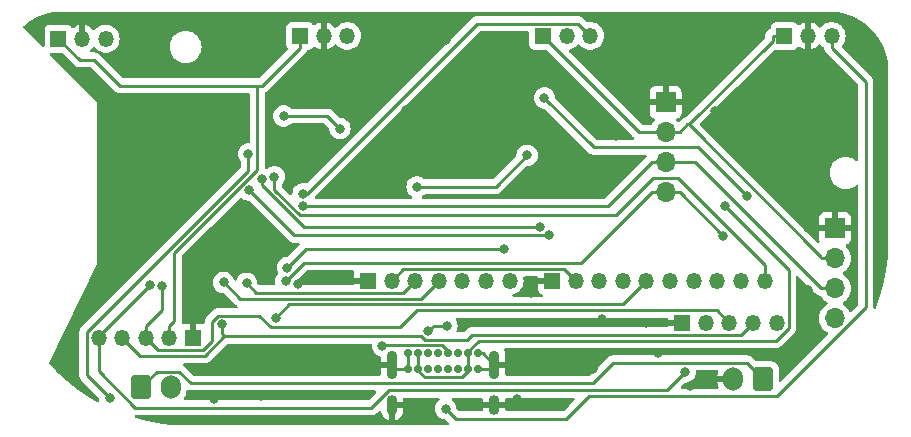
<source format=gbr>
%TF.GenerationSoftware,KiCad,Pcbnew,7.0.7*%
%TF.CreationDate,2025-04-06T11:57:42-05:00*%
%TF.ProjectId,LASK5_V2-0,4c41534b-355f-4563-922d-302e6b696361,rev?*%
%TF.SameCoordinates,Original*%
%TF.FileFunction,Copper,L2,Bot*%
%TF.FilePolarity,Positive*%
%FSLAX46Y46*%
G04 Gerber Fmt 4.6, Leading zero omitted, Abs format (unit mm)*
G04 Created by KiCad (PCBNEW 7.0.7) date 2025-04-06 11:57:42*
%MOMM*%
%LPD*%
G01*
G04 APERTURE LIST*
G04 Aperture macros list*
%AMRoundRect*
0 Rectangle with rounded corners*
0 $1 Rounding radius*
0 $2 $3 $4 $5 $6 $7 $8 $9 X,Y pos of 4 corners*
0 Add a 4 corners polygon primitive as box body*
4,1,4,$2,$3,$4,$5,$6,$7,$8,$9,$2,$3,0*
0 Add four circle primitives for the rounded corners*
1,1,$1+$1,$2,$3*
1,1,$1+$1,$4,$5*
1,1,$1+$1,$6,$7*
1,1,$1+$1,$8,$9*
0 Add four rect primitives between the rounded corners*
20,1,$1+$1,$2,$3,$4,$5,0*
20,1,$1+$1,$4,$5,$6,$7,0*
20,1,$1+$1,$6,$7,$8,$9,0*
20,1,$1+$1,$8,$9,$2,$3,0*%
G04 Aperture macros list end*
%TA.AperFunction,ComponentPad*%
%ADD10R,1.700000X1.700000*%
%TD*%
%TA.AperFunction,ComponentPad*%
%ADD11O,1.700000X1.700000*%
%TD*%
%TA.AperFunction,ComponentPad*%
%ADD12R,1.350000X1.350000*%
%TD*%
%TA.AperFunction,ComponentPad*%
%ADD13O,1.350000X1.350000*%
%TD*%
%TA.AperFunction,ComponentPad*%
%ADD14RoundRect,0.250000X0.600000X0.750000X-0.600000X0.750000X-0.600000X-0.750000X0.600000X-0.750000X0*%
%TD*%
%TA.AperFunction,ComponentPad*%
%ADD15O,1.700000X2.000000*%
%TD*%
%TA.AperFunction,ComponentPad*%
%ADD16RoundRect,0.250000X-0.600000X-0.750000X0.600000X-0.750000X0.600000X0.750000X-0.600000X0.750000X0*%
%TD*%
%TA.AperFunction,ComponentPad*%
%ADD17C,0.700000*%
%TD*%
%TA.AperFunction,ComponentPad*%
%ADD18O,0.900000X2.400000*%
%TD*%
%TA.AperFunction,ComponentPad*%
%ADD19O,0.900000X1.700000*%
%TD*%
%TA.AperFunction,ViaPad*%
%ADD20C,0.800000*%
%TD*%
%TA.AperFunction,Conductor*%
%ADD21C,0.250000*%
%TD*%
G04 APERTURE END LIST*
D10*
%TO.P,J9,1,Pin_1*%
%TO.N,GND*%
X170688000Y-73787000D03*
D11*
%TO.P,J9,2,Pin_2*%
%TO.N,+3V3*%
X170688000Y-76327000D03*
%TO.P,J9,3,Pin_3*%
%TO.N,SCL*%
X170688000Y-78867000D03*
%TO.P,J9,4,Pin_4*%
%TO.N,SDA*%
X170688000Y-81407000D03*
%TD*%
D12*
%TO.P,J3,1,Pin_1*%
%TO.N,GND*%
X161068000Y-88900000D03*
D13*
%TO.P,J3,2,Pin_2*%
%TO.N,+3V3*%
X163068000Y-88900000D03*
%TO.P,J3,3,Pin_3*%
%TO.N,GP21*%
X165068000Y-88900000D03*
%TO.P,J3,4,Pin_4*%
%TO.N,GP18*%
X167068000Y-88900000D03*
%TO.P,J3,5,Pin_5*%
%TO.N,GP17*%
X169068000Y-88900000D03*
%TO.P,J3,6,Pin_6*%
%TO.N,GP34*%
X171068000Y-88900000D03*
%TO.P,J3,7,Pin_7*%
%TO.N,GP33*%
X173068000Y-88900000D03*
%TO.P,J3,8,Pin_8*%
%TO.N,TX*%
X175068000Y-88900000D03*
%TO.P,J3,9,Pin_9*%
%TO.N,RX*%
X177068000Y-88900000D03*
%TO.P,J3,10,Pin_10*%
%TO.N,GP42*%
X179068000Y-88900000D03*
%TD*%
D12*
%TO.P,H2,1,VCC*%
%TO.N,+3V3*%
X139732000Y-68167600D03*
D13*
%TO.P,H2,2,GND*%
%TO.N,GND*%
X141732000Y-68167600D03*
%TO.P,H2,3,VOUT*%
%TO.N,hall_1*%
X143732000Y-68167600D03*
%TD*%
D12*
%TO.P,Joystick1,1,Pin_1*%
%TO.N,GND*%
X172085000Y-92456000D03*
D13*
%TO.P,Joystick1,2,Pin_2*%
%TO.N,+3V3*%
X174085000Y-92456000D03*
%TO.P,Joystick1,3,Pin_3*%
%TO.N,JX*%
X176085000Y-92456000D03*
%TO.P,Joystick1,4,Pin_4*%
%TO.N,JY*%
X178085000Y-92456000D03*
%TO.P,Joystick1,5,Pin_5*%
%TO.N,JSW*%
X180085000Y-92456000D03*
%TD*%
D12*
%TO.P,H4,1,VCC*%
%TO.N,+3V3*%
X180753000Y-68167600D03*
D13*
%TO.P,H4,2,GND*%
%TO.N,GND*%
X182753000Y-68167600D03*
%TO.P,H4,3,VOUT*%
%TO.N,hall_3*%
X184753000Y-68167600D03*
%TD*%
D12*
%TO.P,J6,1,Pin_1*%
%TO.N,GND*%
X145480000Y-88900000D03*
D13*
%TO.P,J6,2,Pin_2*%
%TO.N,+3V3*%
X147480000Y-88900000D03*
%TO.P,J6,3,Pin_3*%
%TO.N,GP16*%
X149480000Y-88900000D03*
%TO.P,J6,4,Pin_4*%
%TO.N,GP15*%
X151480000Y-88900000D03*
%TO.P,J6,5,Pin_5*%
%TO.N,GP14*%
X153480000Y-88900000D03*
%TO.P,J6,6,Pin_6*%
%TO.N,GP13*%
X155480000Y-88900000D03*
%TO.P,J6,7,Pin_7*%
%TO.N,ADC_BAT*%
X157480000Y-88900000D03*
%TD*%
D14*
%TO.P,BattExtLTC4054,1*%
%TO.N,VBAT*%
X178923000Y-97201000D03*
D15*
%TO.P,BattExtLTC4054,2*%
%TO.N,GND*%
X176423000Y-97201000D03*
%TD*%
D16*
%TO.P,J2,1*%
%TO.N,VBAT*%
X126278000Y-97917000D03*
D15*
%TO.P,J2,2*%
%TO.N,GND*%
X128778000Y-97917000D03*
%TD*%
D12*
%TO.P,Joystick2,1,Pin_1*%
%TO.N,GND*%
X130683000Y-93726000D03*
D13*
%TO.P,Joystick2,2,Pin_2*%
%TO.N,+3V3*%
X128683000Y-93726000D03*
%TO.P,Joystick2,3,Pin_3*%
%TO.N,JX*%
X126683000Y-93726000D03*
%TO.P,Joystick2,4,Pin_4*%
%TO.N,JY*%
X124683000Y-93726000D03*
%TO.P,Joystick2,5,Pin_5*%
%TO.N,JSW*%
X122683000Y-93726000D03*
%TD*%
D17*
%TO.P,P1,A1,GND*%
%TO.N,GND*%
X148881000Y-95043000D03*
%TO.P,P1,A4,VBUS*%
%TO.N,VBUS*%
X149731000Y-95043000D03*
%TO.P,P1,A5,CC*%
%TO.N,Net-(P1-CC)*%
X150581000Y-95043000D03*
%TO.P,P1,A6,D+*%
%TO.N,D+*%
X151431000Y-95043000D03*
%TO.P,P1,A7,D-*%
%TO.N,D-*%
X152281000Y-95043000D03*
%TO.P,P1,A8*%
%TO.N,N/C*%
X153131000Y-95043000D03*
%TO.P,P1,A9,VBUS*%
%TO.N,VBUS*%
X153981000Y-95043000D03*
%TO.P,P1,A12,GND*%
%TO.N,GND*%
X154831000Y-95043000D03*
%TO.P,P1,B1,GND*%
X154831000Y-96393000D03*
%TO.P,P1,B4,VBUS*%
%TO.N,VBUS*%
X153981000Y-96393000D03*
%TO.P,P1,B5,VCONN*%
%TO.N,Net-(P1-VCONN)*%
X153131000Y-96393000D03*
%TO.P,P1,B6*%
%TO.N,N/C*%
X152281000Y-96393000D03*
%TO.P,P1,B7*%
X151431000Y-96393000D03*
%TO.P,P1,B8*%
X150581000Y-96393000D03*
%TO.P,P1,B9,VBUS*%
%TO.N,VBUS*%
X149731000Y-96393000D03*
%TO.P,P1,B12,GND*%
%TO.N,GND*%
X148881000Y-96393000D03*
D18*
%TO.P,P1,S1,SHIELD*%
X147531000Y-96023000D03*
D19*
X147531000Y-99403000D03*
D18*
X156181000Y-96023000D03*
D19*
X156181000Y-99403000D03*
%TD*%
D12*
%TO.P,H1,1,VCC*%
%TO.N,+3V3*%
X119285000Y-68398600D03*
D13*
%TO.P,H1,2,GND*%
%TO.N,GND*%
X121285000Y-68398600D03*
%TO.P,H1,3,VOUT*%
%TO.N,hall_0*%
X123285000Y-68398600D03*
%TD*%
D12*
%TO.P,H3,1,VCC*%
%TO.N,+3V3*%
X160306000Y-68167600D03*
D13*
%TO.P,H3,2,GND*%
%TO.N,GND*%
X162306000Y-68167600D03*
%TO.P,H3,3,VOUT*%
%TO.N,hall_2*%
X164306000Y-68167600D03*
%TD*%
D10*
%TO.P,J1,1,Pin_1*%
%TO.N,GND*%
X185039000Y-84455000D03*
D11*
%TO.P,J1,2,Pin_2*%
%TO.N,+3V3*%
X185039000Y-86995000D03*
%TO.P,J1,3,Pin_3*%
%TO.N,SCL*%
X185039000Y-89535000D03*
%TO.P,J1,4,Pin_4*%
%TO.N,SDA*%
X185039000Y-92075000D03*
%TD*%
D20*
%TO.N,GND*%
X158115000Y-98933000D03*
%TO.N,hall_2*%
X139993000Y-81530100D03*
%TO.N,hall_3*%
X152054100Y-99728300D03*
%TO.N,GND*%
X167767000Y-73025000D03*
X139573000Y-89154000D03*
X170053000Y-94996000D03*
X184761400Y-71834600D03*
X147121300Y-78474800D03*
X121985600Y-72011300D03*
X127254000Y-85598000D03*
X137795000Y-85979000D03*
X182753000Y-84455000D03*
X172720000Y-97790000D03*
X150879700Y-77785000D03*
X130429000Y-87122000D03*
X160528000Y-70231000D03*
X159258000Y-89916000D03*
X180975000Y-80212500D03*
X136398000Y-98679000D03*
X165316200Y-92133100D03*
X133350000Y-95377000D03*
X132457700Y-98908600D03*
X166497000Y-76636400D03*
X158638000Y-75377000D03*
X169037000Y-92456000D03*
X164579400Y-96359000D03*
X141155000Y-70902900D03*
X148729000Y-74407300D03*
X152067000Y-68532000D03*
X164619300Y-79051600D03*
X136652000Y-95631000D03*
X153670000Y-69723000D03*
X123681700Y-89263700D03*
X180459700Y-75088400D03*
X174888400Y-74549000D03*
X129911000Y-80968600D03*
X182753000Y-89662000D03*
%TO.N,SCL*%
X139999200Y-82578500D03*
%TO.N,SDA*%
X175540700Y-85082800D03*
X138516000Y-88951800D03*
%TO.N,JX*%
X128073700Y-89310300D03*
%TO.N,JY*%
X133141500Y-92583900D03*
%TO.N,JSW*%
X127000700Y-89220300D03*
X172335300Y-96640800D03*
%TO.N,GP15*%
X133257100Y-89044300D03*
%TO.N,GP16*%
X135204800Y-89116700D03*
%TO.N,VBUS*%
X175687900Y-82556200D03*
%TO.N,Net-(P1-CC)*%
X152165200Y-92718800D03*
X150602200Y-93177100D03*
%TO.N,Net-(JP1-A)*%
X149646700Y-80936600D03*
X158955300Y-78279800D03*
%TO.N,Net-(D2-K)*%
X160421000Y-73424200D03*
X177560500Y-81696900D03*
%TO.N,D-*%
X146698000Y-94424300D03*
%TO.N,100*%
X135360600Y-78169300D03*
X123619900Y-98838100D03*
%TO.N,GP17*%
X137695000Y-92040700D03*
%TO.N,GP18*%
X156963600Y-86195900D03*
X138659800Y-87780000D03*
%TO.N,GP34*%
X138360900Y-74939100D03*
X143116100Y-76008600D03*
%TO.N,TX*%
X135423400Y-81235700D03*
X160829100Y-85058600D03*
%TO.N,RX*%
X136543100Y-80298900D03*
X160072000Y-84318900D03*
%TO.N,GP42*%
X137572300Y-80088400D03*
%TD*%
D21*
%TO.N,GND*%
X155201000Y-95043000D02*
X156181000Y-96023000D01*
X154831000Y-95043000D02*
X155201000Y-95043000D01*
X155811000Y-96393000D02*
X156181000Y-96023000D01*
X154831000Y-96393000D02*
X155811000Y-96393000D01*
%TO.N,hall_2*%
X164306000Y-68167600D02*
X163264000Y-67125600D01*
X140340400Y-81530100D02*
X139993000Y-81530100D01*
X154744900Y-67125600D02*
X140340400Y-81530100D01*
X163264000Y-67125600D02*
X154744900Y-67125600D01*
%TO.N,hall_3*%
X162283600Y-100579900D02*
X164186900Y-98676600D01*
X184753000Y-68167600D02*
X184753000Y-69169500D01*
X180117400Y-98676600D02*
X187643800Y-91150200D01*
X152054100Y-99728300D02*
X152905700Y-100579900D01*
X187643800Y-72060300D02*
X184753000Y-69169500D01*
X187643800Y-91150200D02*
X187643800Y-72060300D01*
X152905700Y-100579900D02*
X162283600Y-100579900D01*
X164186900Y-98676600D02*
X180117400Y-98676600D01*
%TO.N,GND*%
X147901000Y-96393000D02*
X147531000Y-96023000D01*
X148881000Y-96393000D02*
X147901000Y-96393000D01*
X148881000Y-95043000D02*
X148881000Y-96393000D01*
%TO.N,+3V3*%
X136515100Y-72386400D02*
X136109500Y-72386400D01*
X148481900Y-87898100D02*
X147480000Y-88900000D01*
X136109500Y-72386400D02*
X136109500Y-79521700D01*
X169511100Y-76327000D02*
X168465400Y-76327000D01*
X122302300Y-70193500D02*
X121079900Y-70193500D01*
X136109500Y-79521700D02*
X129098100Y-86533100D01*
X180753000Y-68167600D02*
X179751100Y-68167600D01*
X179751100Y-68167600D02*
X179751100Y-68573500D01*
X128683000Y-93726000D02*
X128683000Y-92724100D01*
X163068000Y-88900000D02*
X162066100Y-87898100D01*
X139732000Y-69169500D02*
X136515100Y-72386400D01*
X170688000Y-76327000D02*
X169511100Y-76327000D01*
X185039000Y-86995000D02*
X183862100Y-86995000D01*
X129098100Y-86533100D02*
X129098100Y-92309000D01*
X168465400Y-76327000D02*
X160306000Y-68167600D01*
X183862100Y-86862300D02*
X172662200Y-75662400D01*
X136109500Y-72386400D02*
X124495200Y-72386400D01*
X170688000Y-76327000D02*
X171864900Y-76327000D01*
X183862100Y-86995000D02*
X183862100Y-86862300D01*
X162066100Y-87898100D02*
X148481900Y-87898100D01*
X121079900Y-70193500D02*
X119285000Y-68398600D01*
X139732000Y-68167600D02*
X139732000Y-69169500D01*
X124495200Y-72386400D02*
X122302300Y-70193500D01*
X172529500Y-75662400D02*
X171864900Y-76327000D01*
X129098100Y-92309000D02*
X128683000Y-92724100D01*
X172662200Y-75662400D02*
X172529500Y-75662400D01*
X179751100Y-68573500D02*
X172662200Y-75662400D01*
%TO.N,SCL*%
X170688000Y-78867000D02*
X169511100Y-78867000D01*
X185039000Y-89535000D02*
X183862100Y-89535000D01*
X169511100Y-78867000D02*
X165799600Y-82578500D01*
X173194100Y-78867000D02*
X170688000Y-78867000D01*
X183862100Y-89535000D02*
X173194100Y-78867000D01*
X165799600Y-82578500D02*
X139999200Y-82578500D01*
%TO.N,SDA*%
X140110700Y-87357000D02*
X163561100Y-87357000D01*
X140110700Y-87357100D02*
X140110700Y-87357000D01*
X171864900Y-81407000D02*
X175540700Y-85082800D01*
X170688000Y-81407000D02*
X171864900Y-81407000D01*
X163561100Y-87357000D02*
X169511100Y-81407000D01*
X170688000Y-81407000D02*
X169511100Y-81407000D01*
X138516000Y-88951800D02*
X140110700Y-87357100D01*
%TO.N,JX*%
X126683000Y-93726000D02*
X126683000Y-92724100D01*
X128073700Y-89310300D02*
X128073700Y-91333400D01*
X137239100Y-92826200D02*
X136265000Y-91852100D01*
X132277900Y-92389000D02*
X132277900Y-93981000D01*
X176085000Y-92456000D02*
X175033400Y-91404400D01*
X131511300Y-94747600D02*
X127704600Y-94747600D01*
X127704600Y-94747600D02*
X126683000Y-93726000D01*
X136265000Y-91852100D02*
X132814800Y-91852100D01*
X132277900Y-93981000D02*
X131511300Y-94747600D01*
X132814800Y-91852100D02*
X132277900Y-92389000D01*
X175033400Y-91404400D02*
X149657200Y-91404400D01*
X148235400Y-92826200D02*
X137239100Y-92826200D01*
X149657200Y-91404400D02*
X148235400Y-92826200D01*
X128073700Y-91333400D02*
X126683000Y-92724100D01*
%TO.N,JY*%
X154292900Y-93459600D02*
X153848500Y-93904000D01*
X131669700Y-95244100D02*
X126201100Y-95244100D01*
X133141500Y-92583900D02*
X133141500Y-93413200D01*
X126201100Y-95244100D02*
X124683000Y-93726000D01*
X153848500Y-93904000D02*
X150301200Y-93904000D01*
X178085000Y-92456000D02*
X177081400Y-93459600D01*
X133321100Y-93592800D02*
X133321100Y-93592700D01*
X133141500Y-93413200D02*
X133321100Y-93592700D01*
X150301200Y-93904000D02*
X149990000Y-93592800D01*
X149990000Y-93592800D02*
X133321100Y-93592800D01*
X133321100Y-93592700D02*
X131669700Y-95244100D01*
X177081400Y-93459600D02*
X154292900Y-93459600D01*
%TO.N,JSW*%
X122683000Y-96547200D02*
X125789000Y-99653200D01*
X127000700Y-89220300D02*
X122683000Y-93538000D01*
X122683000Y-93726000D02*
X122683000Y-94727900D01*
X170806000Y-98170100D02*
X172335300Y-96640800D01*
X122683000Y-93538000D02*
X122683000Y-93726000D01*
X147265200Y-98170100D02*
X170806000Y-98170100D01*
X125789000Y-99653200D02*
X145782100Y-99653200D01*
X122683000Y-94727900D02*
X122683000Y-96547200D01*
X145782100Y-99653200D02*
X147265200Y-98170100D01*
%TO.N,GP15*%
X134624900Y-90412100D02*
X149967900Y-90412100D01*
X133257100Y-89044300D02*
X134624900Y-90412100D01*
X149967900Y-90412100D02*
X151480000Y-88900000D01*
%TO.N,GP16*%
X135990000Y-89901900D02*
X148478100Y-89901900D01*
X148478100Y-89901900D02*
X149480000Y-88900000D01*
X135204800Y-89116700D02*
X135990000Y-89901900D01*
%TO.N,VBAT*%
X178923000Y-97201000D02*
X177569800Y-95847800D01*
X166216900Y-95847800D02*
X164509200Y-97555500D01*
X127608100Y-96586900D02*
X126278000Y-97917000D01*
X129498200Y-96586900D02*
X127608100Y-96586900D01*
X130466800Y-97555500D02*
X129498200Y-96586900D01*
X164509200Y-97555500D02*
X130466800Y-97555500D01*
X177569800Y-95847800D02*
X166216900Y-95847800D01*
%TO.N,VBUS*%
X153981000Y-96561800D02*
X153456100Y-97086700D01*
X181095000Y-87963300D02*
X181095000Y-92882000D01*
X150294900Y-97086700D02*
X149731000Y-96522800D01*
X149731000Y-95043000D02*
X149731000Y-96393000D01*
X153456100Y-97086700D02*
X150294900Y-97086700D01*
X179997500Y-93979500D02*
X154858100Y-93979500D01*
X153981000Y-95043000D02*
X153981000Y-96393000D01*
X149731000Y-96522800D02*
X149731000Y-96393000D01*
X153981000Y-94856600D02*
X153981000Y-95043000D01*
X175687900Y-82556200D02*
X181095000Y-87963300D01*
X154858100Y-93979500D02*
X153981000Y-94856600D01*
X181095000Y-92882000D02*
X179997500Y-93979500D01*
X153981000Y-96393000D02*
X153981000Y-96561800D01*
%TO.N,Net-(P1-CC)*%
X150602200Y-93177100D02*
X151060500Y-92718800D01*
X151060500Y-92718800D02*
X152165200Y-92718800D01*
%TO.N,Net-(JP1-A)*%
X158955300Y-78279800D02*
X156298500Y-80936600D01*
X156298500Y-80936600D02*
X149646700Y-80936600D01*
%TO.N,Net-(D2-K)*%
X173460600Y-77597000D02*
X177560500Y-81696900D01*
X160421000Y-73424200D02*
X164593800Y-77597000D01*
X164593800Y-77597000D02*
X173460600Y-77597000D01*
%TO.N,D-*%
X152281000Y-94874200D02*
X151772900Y-94366100D01*
X152281000Y-95043000D02*
X152281000Y-94874200D01*
X146756200Y-94366100D02*
X146698000Y-94424300D01*
X151772900Y-94366100D02*
X146756200Y-94366100D01*
%TO.N,100*%
X121676800Y-96895000D02*
X123619900Y-98838100D01*
X121676800Y-93253400D02*
X121676800Y-96895000D01*
X135360600Y-78169300D02*
X135360600Y-79569600D01*
X135360600Y-79569600D02*
X121676800Y-93253400D01*
%TO.N,GP17*%
X137695000Y-92040700D02*
X138832300Y-90903400D01*
X138832300Y-90903400D02*
X167064600Y-90903400D01*
X167064600Y-90903400D02*
X169068000Y-88900000D01*
%TO.N,GP18*%
X138659800Y-87780000D02*
X140243900Y-86195900D01*
X140243900Y-86195900D02*
X156963600Y-86195900D01*
%TO.N,GP34*%
X142046600Y-74939100D02*
X143116100Y-76008600D01*
X138360900Y-74939100D02*
X142046600Y-74939100D01*
%TO.N,TX*%
X160829100Y-85058600D02*
X139246300Y-85058600D01*
X139246300Y-85058600D02*
X135423400Y-81235700D01*
%TO.N,RX*%
X140033600Y-84318900D02*
X136543100Y-80828400D01*
X160072000Y-84318900D02*
X140033600Y-84318900D01*
X136543100Y-80828400D02*
X136543100Y-80298900D01*
%TO.N,GP42*%
X166518400Y-83355000D02*
X139728100Y-83355000D01*
X179068000Y-87549700D02*
X171739500Y-80221200D01*
X169652200Y-80221200D02*
X166518400Y-83355000D01*
X179068000Y-88900000D02*
X179068000Y-87549700D01*
X171739500Y-80221200D02*
X169652200Y-80221200D01*
X137572300Y-81199200D02*
X137572300Y-80088400D01*
X139728100Y-83355000D02*
X137572300Y-81199200D01*
%TD*%
%TA.AperFunction,Conductor*%
%TO.N,GND*%
G36*
X151491236Y-98815285D02*
G01*
X151536991Y-98868089D01*
X151546935Y-98937247D01*
X151517910Y-99000803D01*
X151497082Y-99019918D01*
X151448229Y-99055411D01*
X151321566Y-99196085D01*
X151226921Y-99360015D01*
X151226918Y-99360022D01*
X151177867Y-99510988D01*
X151168426Y-99540044D01*
X151148640Y-99728300D01*
X151168426Y-99916556D01*
X151168427Y-99916559D01*
X151226918Y-100096577D01*
X151226921Y-100096584D01*
X151321567Y-100260516D01*
X151412493Y-100361499D01*
X151448229Y-100401188D01*
X151601365Y-100512448D01*
X151601370Y-100512451D01*
X151774292Y-100589442D01*
X151774297Y-100589444D01*
X151959454Y-100628800D01*
X152018647Y-100628800D01*
X152085686Y-100648485D01*
X152106328Y-100665119D01*
X152349028Y-100907819D01*
X152382513Y-100969142D01*
X152377529Y-101038834D01*
X152335657Y-101094767D01*
X152270193Y-101119184D01*
X152261347Y-101119500D01*
X130054016Y-101119500D01*
X128840458Y-101071595D01*
X128835619Y-101071214D01*
X127631483Y-100928786D01*
X127626683Y-100928027D01*
X126471094Y-100698460D01*
X126438519Y-100691988D01*
X126433747Y-100690843D01*
X126433743Y-100690842D01*
X125836027Y-100522032D01*
X125776861Y-100484868D01*
X125747180Y-100421616D01*
X125756408Y-100352358D01*
X125801614Y-100299084D01*
X125868446Y-100278707D01*
X125869729Y-100278700D01*
X145699357Y-100278700D01*
X145714977Y-100280424D01*
X145715004Y-100280139D01*
X145722760Y-100280871D01*
X145722767Y-100280873D01*
X145791914Y-100278700D01*
X145821450Y-100278700D01*
X145828328Y-100277830D01*
X145834141Y-100277372D01*
X145880727Y-100275909D01*
X145899969Y-100270317D01*
X145919012Y-100266374D01*
X145938892Y-100263864D01*
X145982222Y-100246707D01*
X145987746Y-100244817D01*
X145991496Y-100243727D01*
X146032490Y-100231818D01*
X146049729Y-100221622D01*
X146067203Y-100213062D01*
X146085827Y-100205688D01*
X146085827Y-100205687D01*
X146085832Y-100205686D01*
X146123549Y-100178282D01*
X146128405Y-100175092D01*
X146168520Y-100151370D01*
X146182689Y-100137199D01*
X146197479Y-100124568D01*
X146213687Y-100112794D01*
X146243399Y-100076876D01*
X146247312Y-100072576D01*
X146386657Y-99933231D01*
X146447978Y-99899748D01*
X146517670Y-99904732D01*
X146573603Y-99946604D01*
X146592896Y-99989492D01*
X146593765Y-99989220D01*
X146653484Y-100179561D01*
X146653489Y-100179571D01*
X146747251Y-100348498D01*
X146747256Y-100348505D01*
X146873107Y-100495105D01*
X147025890Y-100613368D01*
X147025894Y-100613370D01*
X147199363Y-100698460D01*
X147281000Y-100719596D01*
X147281000Y-100207978D01*
X147300685Y-100140939D01*
X147353489Y-100095184D01*
X147422647Y-100085240D01*
X147438926Y-100088709D01*
X147502840Y-100106895D01*
X147614521Y-100096546D01*
X147614526Y-100096543D01*
X147623063Y-100094115D01*
X147692930Y-100094701D01*
X147751390Y-100132966D01*
X147779881Y-100196763D01*
X147781000Y-100213381D01*
X147781000Y-100723470D01*
X147951524Y-100660315D01*
X147951531Y-100660312D01*
X148115503Y-100558107D01*
X148255534Y-100424997D01*
X148255535Y-100424996D01*
X148365913Y-100266413D01*
X148442106Y-100088862D01*
X148481000Y-99899606D01*
X148481000Y-99653000D01*
X147955000Y-99653000D01*
X147887961Y-99633315D01*
X147842206Y-99580511D01*
X147831000Y-99529000D01*
X147831000Y-99277000D01*
X147850685Y-99209961D01*
X147903489Y-99164206D01*
X147955000Y-99153000D01*
X148481000Y-99153000D01*
X148481000Y-98954822D01*
X148478694Y-98932144D01*
X148491496Y-98863457D01*
X148539400Y-98812595D01*
X148602058Y-98795600D01*
X151424197Y-98795600D01*
X151491236Y-98815285D01*
G37*
%TD.AperFunction*%
%TA.AperFunction,Conductor*%
G36*
X155174039Y-98815285D02*
G01*
X155219794Y-98868089D01*
X155231000Y-98919600D01*
X155231000Y-99153000D01*
X155757000Y-99153000D01*
X155824039Y-99172685D01*
X155869794Y-99225489D01*
X155881000Y-99277000D01*
X155881000Y-99529000D01*
X155861315Y-99596039D01*
X155808511Y-99641794D01*
X155757000Y-99653000D01*
X155231000Y-99653000D01*
X155231000Y-99830400D01*
X155211315Y-99897439D01*
X155158511Y-99943194D01*
X155107000Y-99954400D01*
X153216153Y-99954400D01*
X153149114Y-99934715D01*
X153128472Y-99918081D01*
X152993060Y-99782669D01*
X152959575Y-99721346D01*
X152957423Y-99707968D01*
X152939774Y-99540044D01*
X152881279Y-99360016D01*
X152786633Y-99196084D01*
X152659971Y-99055412D01*
X152659970Y-99055411D01*
X152611118Y-99019918D01*
X152568452Y-98964588D01*
X152562473Y-98894975D01*
X152595079Y-98833180D01*
X152655917Y-98798823D01*
X152684003Y-98795600D01*
X155107000Y-98795600D01*
X155174039Y-98815285D01*
G37*
%TD.AperFunction*%
%TA.AperFunction,Conductor*%
G36*
X162950987Y-98815285D02*
G01*
X162996742Y-98868089D01*
X163006686Y-98937247D01*
X162977661Y-99000803D01*
X162971631Y-99007278D01*
X162467921Y-99510988D01*
X162060828Y-99918081D01*
X161999505Y-99951566D01*
X161973147Y-99954400D01*
X157255000Y-99954400D01*
X157187961Y-99934715D01*
X157142206Y-99881911D01*
X157131000Y-99830400D01*
X157131000Y-99653000D01*
X156605000Y-99653000D01*
X156537961Y-99633315D01*
X156492206Y-99580511D01*
X156481000Y-99529000D01*
X156481000Y-99277000D01*
X156500685Y-99209961D01*
X156553489Y-99164206D01*
X156605000Y-99153000D01*
X157131000Y-99153000D01*
X157131000Y-98954822D01*
X157128694Y-98932144D01*
X157141496Y-98863457D01*
X157189400Y-98812595D01*
X157252058Y-98795600D01*
X162883948Y-98795600D01*
X162950987Y-98815285D01*
G37*
%TD.AperFunction*%
%TA.AperFunction,Conductor*%
G36*
X119591585Y-69593784D02*
G01*
X119612227Y-69610418D01*
X120579097Y-70577288D01*
X120588922Y-70589551D01*
X120589143Y-70589369D01*
X120594114Y-70595378D01*
X120620117Y-70619795D01*
X120644535Y-70642726D01*
X120665429Y-70663620D01*
X120670911Y-70667873D01*
X120675343Y-70671657D01*
X120709318Y-70703562D01*
X120726876Y-70713214D01*
X120743133Y-70723893D01*
X120758964Y-70736173D01*
X120778637Y-70744686D01*
X120801733Y-70754682D01*
X120806977Y-70757250D01*
X120847808Y-70779697D01*
X120860423Y-70782935D01*
X120867205Y-70784677D01*
X120885619Y-70790981D01*
X120904004Y-70798938D01*
X120950057Y-70806232D01*
X120955726Y-70807406D01*
X121000881Y-70819000D01*
X121020916Y-70819000D01*
X121040313Y-70820526D01*
X121060096Y-70823660D01*
X121106483Y-70819275D01*
X121112322Y-70819000D01*
X121991848Y-70819000D01*
X122058887Y-70838685D01*
X122079528Y-70855318D01*
X123078860Y-71854651D01*
X123994397Y-72770188D01*
X124004222Y-72782451D01*
X124004443Y-72782269D01*
X124009414Y-72788278D01*
X124030243Y-72807837D01*
X124059835Y-72835626D01*
X124080729Y-72856520D01*
X124086211Y-72860773D01*
X124090643Y-72864557D01*
X124124618Y-72896462D01*
X124142176Y-72906114D01*
X124158433Y-72916793D01*
X124174264Y-72929073D01*
X124193937Y-72937586D01*
X124217033Y-72947582D01*
X124222277Y-72950150D01*
X124263108Y-72972597D01*
X124275723Y-72975835D01*
X124282505Y-72977577D01*
X124300919Y-72983881D01*
X124319304Y-72991838D01*
X124365357Y-72999132D01*
X124371026Y-73000306D01*
X124416181Y-73011900D01*
X124436216Y-73011900D01*
X124455613Y-73013426D01*
X124475396Y-73016560D01*
X124521783Y-73012175D01*
X124527622Y-73011900D01*
X135360000Y-73011900D01*
X135427039Y-73031585D01*
X135472794Y-73084389D01*
X135484000Y-73135900D01*
X135484000Y-77144800D01*
X135464315Y-77211839D01*
X135411511Y-77257594D01*
X135360000Y-77268800D01*
X135265954Y-77268800D01*
X135237204Y-77274911D01*
X135080797Y-77308155D01*
X135080792Y-77308157D01*
X134907870Y-77385148D01*
X134907865Y-77385151D01*
X134754729Y-77496411D01*
X134628066Y-77637085D01*
X134533421Y-77801015D01*
X134533418Y-77801022D01*
X134497517Y-77911515D01*
X134474926Y-77981044D01*
X134455140Y-78169300D01*
X134474926Y-78357556D01*
X134474927Y-78357559D01*
X134533418Y-78537577D01*
X134533421Y-78537584D01*
X134628067Y-78701516D01*
X134671372Y-78749610D01*
X134703250Y-78785015D01*
X134733480Y-78848006D01*
X134735100Y-78867987D01*
X134735100Y-79259146D01*
X134715415Y-79326185D01*
X134698781Y-79346827D01*
X121293008Y-92752599D01*
X121280751Y-92762420D01*
X121280934Y-92762641D01*
X121274923Y-92767613D01*
X121227572Y-92818036D01*
X121206689Y-92838919D01*
X121206677Y-92838932D01*
X121202421Y-92844417D01*
X121198637Y-92848847D01*
X121166737Y-92882818D01*
X121166736Y-92882820D01*
X121157084Y-92900376D01*
X121146410Y-92916626D01*
X121134129Y-92932461D01*
X121134124Y-92932468D01*
X121115615Y-92975238D01*
X121113045Y-92980484D01*
X121090603Y-93021306D01*
X121085622Y-93040707D01*
X121079321Y-93059110D01*
X121071362Y-93077502D01*
X121071361Y-93077505D01*
X121064071Y-93123527D01*
X121062887Y-93129246D01*
X121051301Y-93174372D01*
X121051300Y-93174382D01*
X121051300Y-93194416D01*
X121049773Y-93213813D01*
X121046640Y-93233596D01*
X121048100Y-93249036D01*
X121051025Y-93279983D01*
X121051300Y-93285821D01*
X121051300Y-96812255D01*
X121049575Y-96827872D01*
X121049861Y-96827899D01*
X121049126Y-96835665D01*
X121051300Y-96904814D01*
X121051300Y-96934343D01*
X121051301Y-96934360D01*
X121052168Y-96941231D01*
X121052626Y-96947050D01*
X121054090Y-96993624D01*
X121054091Y-96993627D01*
X121059680Y-97012867D01*
X121063624Y-97031911D01*
X121066136Y-97051792D01*
X121076075Y-97076895D01*
X121083290Y-97095119D01*
X121085182Y-97100647D01*
X121098181Y-97145388D01*
X121108380Y-97162634D01*
X121116938Y-97180103D01*
X121124314Y-97198732D01*
X121151698Y-97236423D01*
X121154906Y-97241307D01*
X121178627Y-97281416D01*
X121178633Y-97281424D01*
X121192790Y-97295580D01*
X121205428Y-97310376D01*
X121217205Y-97326586D01*
X121217206Y-97326587D01*
X121253109Y-97356288D01*
X121257420Y-97360210D01*
X122427692Y-98530483D01*
X122680938Y-98783729D01*
X122714423Y-98845052D01*
X122716578Y-98858448D01*
X122725586Y-98944149D01*
X122734069Y-99024866D01*
X122734227Y-99026361D01*
X122735578Y-99032717D01*
X122734098Y-99033031D01*
X122735868Y-99095127D01*
X122699783Y-99154957D01*
X122637080Y-99185780D01*
X122567666Y-99177811D01*
X122555335Y-99171773D01*
X121957374Y-98836756D01*
X121953238Y-98834222D01*
X120945338Y-98160962D01*
X120941355Y-98158066D01*
X119990212Y-97407110D01*
X119986556Y-97403985D01*
X119286265Y-96756962D01*
X119286264Y-96756961D01*
X119096154Y-96581308D01*
X119092689Y-96577844D01*
X118531954Y-95970947D01*
X118500918Y-95908349D01*
X118508652Y-95838909D01*
X118511464Y-95832681D01*
X122555000Y-87503000D01*
X122555000Y-73787000D01*
X122554999Y-73786999D01*
X122016638Y-73241736D01*
X118603876Y-69785220D01*
X118570782Y-69723685D01*
X118576211Y-69654026D01*
X118618437Y-69598361D01*
X118684056Y-69574361D01*
X118692087Y-69574099D01*
X119524546Y-69574099D01*
X119591585Y-69593784D01*
G37*
%TD.AperFunction*%
%TA.AperFunction,Conductor*%
G36*
X130288781Y-98160018D02*
G01*
X130290904Y-98160937D01*
X130334288Y-98167808D01*
X130336919Y-98168225D01*
X130342639Y-98169409D01*
X130387781Y-98181000D01*
X130407816Y-98181000D01*
X130427214Y-98182526D01*
X130446994Y-98185659D01*
X130446995Y-98185660D01*
X130446995Y-98185659D01*
X130446996Y-98185660D01*
X130493383Y-98181275D01*
X130499222Y-98181000D01*
X146070347Y-98181000D01*
X146137386Y-98200685D01*
X146183141Y-98253489D01*
X146193085Y-98322647D01*
X146164060Y-98386203D01*
X146158028Y-98392681D01*
X145559328Y-98991381D01*
X145498005Y-99024866D01*
X145471647Y-99027700D01*
X129991558Y-99027700D01*
X129924519Y-99008015D01*
X129878764Y-98955211D01*
X129868820Y-98886053D01*
X129889983Y-98832577D01*
X129951599Y-98744579D01*
X129951600Y-98744577D01*
X130051429Y-98530492D01*
X130051433Y-98530483D01*
X130112567Y-98302326D01*
X130112569Y-98302314D01*
X130116007Y-98263015D01*
X130141458Y-98197946D01*
X130198048Y-98156966D01*
X130267810Y-98153087D01*
X130288781Y-98160018D01*
G37*
%TD.AperFunction*%
%TA.AperFunction,Conductor*%
G36*
X175085610Y-96492985D02*
G01*
X175131365Y-96545789D01*
X175141309Y-96614947D01*
X175138346Y-96629393D01*
X175088432Y-96815673D01*
X175088430Y-96815684D01*
X175076592Y-96950999D01*
X175076593Y-96951000D01*
X175809653Y-96951000D01*
X175876692Y-96970685D01*
X175922447Y-97023489D01*
X175932391Y-97092647D01*
X175928631Y-97109933D01*
X175923000Y-97129111D01*
X175923000Y-97272888D01*
X175928631Y-97292067D01*
X175928630Y-97361936D01*
X175890855Y-97420714D01*
X175827299Y-97449738D01*
X175809653Y-97451000D01*
X175076592Y-97451000D01*
X175088430Y-97586315D01*
X175088432Y-97586326D01*
X175149566Y-97814483D01*
X175149569Y-97814492D01*
X175177643Y-97874695D01*
X175188135Y-97943772D01*
X175159615Y-98007556D01*
X175101139Y-98045796D01*
X175065261Y-98051100D01*
X172108952Y-98051100D01*
X172041913Y-98031415D01*
X171996158Y-97978611D01*
X171986214Y-97909453D01*
X172015239Y-97845897D01*
X172021271Y-97839419D01*
X172283071Y-97577619D01*
X172344394Y-97544134D01*
X172370752Y-97541300D01*
X172429944Y-97541300D01*
X172429946Y-97541300D01*
X172615103Y-97501944D01*
X172788030Y-97424951D01*
X172941171Y-97313688D01*
X173067833Y-97173016D01*
X173162479Y-97009084D01*
X173220974Y-96829056D01*
X173240760Y-96640800D01*
X173237550Y-96610260D01*
X173250119Y-96541532D01*
X173297851Y-96490508D01*
X173360871Y-96473300D01*
X175018571Y-96473300D01*
X175085610Y-96492985D01*
G37*
%TD.AperFunction*%
%TA.AperFunction,Conductor*%
G36*
X181925702Y-88483639D02*
G01*
X181932180Y-88489671D01*
X183361297Y-89918788D01*
X183371122Y-89931051D01*
X183371343Y-89930869D01*
X183376314Y-89936878D01*
X183397500Y-89956772D01*
X183426735Y-89984226D01*
X183447629Y-90005120D01*
X183453111Y-90009373D01*
X183457543Y-90013157D01*
X183491518Y-90045062D01*
X183509076Y-90054714D01*
X183525335Y-90065395D01*
X183541164Y-90077673D01*
X183583938Y-90096182D01*
X183589156Y-90098738D01*
X183630008Y-90121197D01*
X183649416Y-90126180D01*
X183667817Y-90132480D01*
X183686204Y-90140437D01*
X183729588Y-90147308D01*
X183732219Y-90147725D01*
X183737939Y-90148909D01*
X183783081Y-90160500D01*
X183790637Y-90162440D01*
X183789973Y-90165025D01*
X183842214Y-90187792D01*
X183864230Y-90211780D01*
X183864964Y-90212829D01*
X183864965Y-90212830D01*
X184000505Y-90406401D01*
X184000506Y-90406402D01*
X184167597Y-90573493D01*
X184167603Y-90573498D01*
X184353158Y-90703425D01*
X184396783Y-90758002D01*
X184403977Y-90827500D01*
X184372454Y-90889855D01*
X184353158Y-90906575D01*
X184167597Y-91036505D01*
X184000505Y-91203597D01*
X183864965Y-91397169D01*
X183864964Y-91397171D01*
X183765098Y-91611335D01*
X183765094Y-91611344D01*
X183703938Y-91839586D01*
X183703936Y-91839596D01*
X183683341Y-92074999D01*
X183683341Y-92075000D01*
X183703936Y-92310403D01*
X183703938Y-92310413D01*
X183765094Y-92538655D01*
X183765096Y-92538659D01*
X183765097Y-92538663D01*
X183820418Y-92657298D01*
X183864965Y-92752830D01*
X183864967Y-92752834D01*
X183936797Y-92855417D01*
X184000505Y-92946401D01*
X184167599Y-93113495D01*
X184254540Y-93174372D01*
X184361165Y-93249032D01*
X184361167Y-93249033D01*
X184361170Y-93249035D01*
X184404723Y-93269344D01*
X184457163Y-93315516D01*
X184476315Y-93382709D01*
X184456100Y-93449590D01*
X184440000Y-93469407D01*
X180485180Y-97424227D01*
X180423857Y-97457712D01*
X180354165Y-97452728D01*
X180298232Y-97410856D01*
X180273815Y-97345392D01*
X180273499Y-97336546D01*
X180273499Y-96400998D01*
X180273498Y-96400981D01*
X180262999Y-96298203D01*
X180262998Y-96298200D01*
X180259654Y-96288109D01*
X180207814Y-96131666D01*
X180115712Y-95982344D01*
X179991656Y-95858288D01*
X179855807Y-95774496D01*
X179842336Y-95766187D01*
X179842331Y-95766185D01*
X179770160Y-95742270D01*
X179675797Y-95711001D01*
X179675795Y-95711000D01*
X179573016Y-95700500D01*
X179573009Y-95700500D01*
X178358453Y-95700500D01*
X178291414Y-95680815D01*
X178270772Y-95664181D01*
X178070603Y-95464012D01*
X178060780Y-95451750D01*
X178060559Y-95451934D01*
X178055586Y-95445923D01*
X178036959Y-95428431D01*
X178005164Y-95398573D01*
X177994719Y-95388128D01*
X177984275Y-95377683D01*
X177978786Y-95373425D01*
X177974361Y-95369647D01*
X177940382Y-95337738D01*
X177940380Y-95337736D01*
X177940377Y-95337735D01*
X177922829Y-95328088D01*
X177906563Y-95317404D01*
X177890733Y-95305125D01*
X177847968Y-95286618D01*
X177842722Y-95284048D01*
X177801893Y-95261603D01*
X177801892Y-95261602D01*
X177782493Y-95256622D01*
X177764081Y-95250318D01*
X177745698Y-95242362D01*
X177745692Y-95242360D01*
X177699674Y-95235072D01*
X177693952Y-95233887D01*
X177648821Y-95222300D01*
X177648819Y-95222300D01*
X177628784Y-95222300D01*
X177609386Y-95220773D01*
X177601962Y-95219597D01*
X177589605Y-95217640D01*
X177589604Y-95217640D01*
X177543216Y-95222025D01*
X177537378Y-95222300D01*
X166299643Y-95222300D01*
X166284022Y-95220575D01*
X166283995Y-95220861D01*
X166276233Y-95220126D01*
X166207072Y-95222300D01*
X166177549Y-95222300D01*
X166170678Y-95223167D01*
X166164859Y-95223625D01*
X166118274Y-95225089D01*
X166118268Y-95225090D01*
X166099026Y-95230680D01*
X166079987Y-95234623D01*
X166060117Y-95237134D01*
X166060100Y-95237138D01*
X166016782Y-95254288D01*
X166011258Y-95256179D01*
X165966507Y-95269183D01*
X165966504Y-95269184D01*
X165949258Y-95279383D01*
X165931793Y-95287939D01*
X165925910Y-95290268D01*
X165913166Y-95295314D01*
X165875472Y-95322699D01*
X165870591Y-95325905D01*
X165830480Y-95349628D01*
X165816308Y-95363800D01*
X165801523Y-95376428D01*
X165785312Y-95388207D01*
X165755609Y-95424110D01*
X165751676Y-95428431D01*
X165012578Y-96167531D01*
X164286428Y-96893681D01*
X164225105Y-96927166D01*
X164198747Y-96930000D01*
X157255000Y-96930000D01*
X157187961Y-96910315D01*
X157142206Y-96857511D01*
X157131000Y-96806000D01*
X157131000Y-96273000D01*
X156605000Y-96273000D01*
X156537961Y-96253315D01*
X156492206Y-96200511D01*
X156481000Y-96149000D01*
X156481000Y-95897000D01*
X156500685Y-95829961D01*
X156553489Y-95784206D01*
X156605000Y-95773000D01*
X157131000Y-95773000D01*
X157131000Y-95224823D01*
X157116352Y-95080778D01*
X157058515Y-94896438D01*
X157058510Y-94896428D01*
X156998982Y-94789178D01*
X156983659Y-94721009D01*
X157007623Y-94655377D01*
X157063266Y-94613120D01*
X157107401Y-94605000D01*
X179914757Y-94605000D01*
X179930377Y-94606724D01*
X179930404Y-94606439D01*
X179938160Y-94607171D01*
X179938167Y-94607173D01*
X180007314Y-94605000D01*
X180036850Y-94605000D01*
X180043728Y-94604130D01*
X180049541Y-94603672D01*
X180096127Y-94602209D01*
X180115369Y-94596617D01*
X180134412Y-94592674D01*
X180154292Y-94590164D01*
X180197622Y-94573007D01*
X180203146Y-94571117D01*
X180206896Y-94570027D01*
X180247890Y-94558118D01*
X180265129Y-94547922D01*
X180282603Y-94539362D01*
X180301227Y-94531988D01*
X180301227Y-94531987D01*
X180301232Y-94531986D01*
X180338949Y-94504582D01*
X180343805Y-94501392D01*
X180383920Y-94477670D01*
X180398089Y-94463499D01*
X180412879Y-94450868D01*
X180429087Y-94439094D01*
X180458799Y-94403176D01*
X180462712Y-94398876D01*
X181478787Y-93382802D01*
X181491042Y-93372986D01*
X181490859Y-93372764D01*
X181496866Y-93367792D01*
X181496877Y-93367786D01*
X181534034Y-93328218D01*
X181544227Y-93317364D01*
X181554671Y-93306918D01*
X181565120Y-93296471D01*
X181569379Y-93290978D01*
X181573152Y-93286561D01*
X181605062Y-93252582D01*
X181614713Y-93235024D01*
X181625396Y-93218761D01*
X181637673Y-93202936D01*
X181656185Y-93160153D01*
X181658738Y-93154941D01*
X181681197Y-93114092D01*
X181686180Y-93094680D01*
X181692481Y-93076280D01*
X181700437Y-93057896D01*
X181707729Y-93011852D01*
X181708906Y-93006171D01*
X181720500Y-92961019D01*
X181720500Y-92940983D01*
X181722027Y-92921582D01*
X181724328Y-92907059D01*
X181725160Y-92901804D01*
X181720772Y-92855394D01*
X181720499Y-92849599D01*
X181720499Y-88577351D01*
X181740184Y-88510313D01*
X181792988Y-88464558D01*
X181862146Y-88454614D01*
X181925702Y-88483639D01*
G37*
%TD.AperFunction*%
%TA.AperFunction,Conductor*%
G36*
X145743514Y-94237985D02*
G01*
X145789269Y-94290789D01*
X145799796Y-94355261D01*
X145792540Y-94424300D01*
X145812326Y-94612556D01*
X145812327Y-94612559D01*
X145870818Y-94792577D01*
X145870821Y-94792584D01*
X145965467Y-94956516D01*
X146043338Y-95043000D01*
X146092129Y-95097188D01*
X146245265Y-95208448D01*
X146245270Y-95208451D01*
X146415061Y-95284048D01*
X146418197Y-95285444D01*
X146482784Y-95299172D01*
X146544262Y-95332362D01*
X146578039Y-95393525D01*
X146581000Y-95420461D01*
X146581000Y-95773000D01*
X147107000Y-95773000D01*
X147174039Y-95792685D01*
X147219794Y-95845489D01*
X147231000Y-95897000D01*
X147231000Y-96149000D01*
X147211315Y-96216039D01*
X147158511Y-96261794D01*
X147107000Y-96273000D01*
X146581000Y-96273000D01*
X146581000Y-96806000D01*
X146561315Y-96873039D01*
X146508511Y-96918794D01*
X146457000Y-96930000D01*
X130777253Y-96930000D01*
X130710214Y-96910315D01*
X130689572Y-96893681D01*
X129999003Y-96203112D01*
X129989180Y-96190850D01*
X129988959Y-96191034D01*
X129983986Y-96185023D01*
X129965359Y-96167531D01*
X129933564Y-96137673D01*
X129923119Y-96127228D01*
X129912675Y-96116783D01*
X129907186Y-96112525D01*
X129902751Y-96108737D01*
X129876398Y-96083990D01*
X129841005Y-96023750D01*
X129843799Y-95953936D01*
X129883893Y-95896715D01*
X129948559Y-95870255D01*
X129961284Y-95869600D01*
X131586957Y-95869600D01*
X131602577Y-95871324D01*
X131602604Y-95871039D01*
X131610360Y-95871771D01*
X131610367Y-95871773D01*
X131679514Y-95869600D01*
X131709050Y-95869600D01*
X131715928Y-95868730D01*
X131721741Y-95868272D01*
X131768327Y-95866809D01*
X131787569Y-95861217D01*
X131806612Y-95857274D01*
X131826492Y-95854764D01*
X131869822Y-95837607D01*
X131875346Y-95835717D01*
X131885796Y-95832681D01*
X131920090Y-95822718D01*
X131937329Y-95812522D01*
X131954803Y-95803962D01*
X131973427Y-95796588D01*
X131973427Y-95796587D01*
X131973432Y-95796586D01*
X132011149Y-95769182D01*
X132016005Y-95765992D01*
X132056120Y-95742270D01*
X132070289Y-95728099D01*
X132085079Y-95715468D01*
X132101287Y-95703694D01*
X132130999Y-95667776D01*
X132134912Y-95663476D01*
X133543771Y-94254619D01*
X133605095Y-94221134D01*
X133631453Y-94218300D01*
X145676475Y-94218300D01*
X145743514Y-94237985D01*
G37*
%TD.AperFunction*%
%TA.AperFunction,Conductor*%
G36*
X134756494Y-81861809D02*
G01*
X134805309Y-81895018D01*
X134817522Y-81908582D01*
X134817530Y-81908589D01*
X134970665Y-82019848D01*
X134970670Y-82019851D01*
X135143592Y-82096842D01*
X135143597Y-82096844D01*
X135328754Y-82136200D01*
X135387948Y-82136200D01*
X135454987Y-82155885D01*
X135475629Y-82172519D01*
X138745497Y-85442388D01*
X138755322Y-85454651D01*
X138755543Y-85454469D01*
X138760514Y-85460478D01*
X138786517Y-85484895D01*
X138810935Y-85507826D01*
X138831829Y-85528720D01*
X138837311Y-85532973D01*
X138841743Y-85536757D01*
X138875718Y-85568662D01*
X138893276Y-85578314D01*
X138909533Y-85588993D01*
X138925364Y-85601273D01*
X138945037Y-85609786D01*
X138968133Y-85619782D01*
X138973377Y-85622350D01*
X139014208Y-85644797D01*
X139026823Y-85648035D01*
X139033605Y-85649777D01*
X139052019Y-85656081D01*
X139070404Y-85664038D01*
X139116457Y-85671332D01*
X139122126Y-85672506D01*
X139167281Y-85684100D01*
X139187316Y-85684100D01*
X139206713Y-85685626D01*
X139226496Y-85688760D01*
X139272883Y-85684375D01*
X139278722Y-85684100D01*
X139571747Y-85684100D01*
X139638786Y-85703785D01*
X139684541Y-85756589D01*
X139694485Y-85825747D01*
X139665460Y-85889303D01*
X139659428Y-85895781D01*
X138712028Y-86843181D01*
X138650705Y-86876666D01*
X138624347Y-86879500D01*
X138565154Y-86879500D01*
X138532697Y-86886398D01*
X138379997Y-86918855D01*
X138379992Y-86918857D01*
X138207070Y-86995848D01*
X138207065Y-86995851D01*
X138053929Y-87107111D01*
X137927266Y-87247785D01*
X137832621Y-87411715D01*
X137832618Y-87411722D01*
X137774127Y-87591740D01*
X137774126Y-87591744D01*
X137754340Y-87780000D01*
X137774126Y-87968256D01*
X137774127Y-87968259D01*
X137832621Y-88148285D01*
X137863809Y-88202304D01*
X137880282Y-88270204D01*
X137857430Y-88336231D01*
X137848573Y-88347275D01*
X137783466Y-88419585D01*
X137688821Y-88583515D01*
X137688818Y-88583522D01*
X137635241Y-88748416D01*
X137630326Y-88763544D01*
X137610540Y-88951800D01*
X137630261Y-89139441D01*
X137617693Y-89208168D01*
X137569961Y-89259192D01*
X137506941Y-89276400D01*
X136300453Y-89276400D01*
X136233414Y-89256715D01*
X136212772Y-89240081D01*
X136143760Y-89171069D01*
X136110275Y-89109746D01*
X136108123Y-89096368D01*
X136090474Y-88928444D01*
X136031979Y-88748416D01*
X135937333Y-88584484D01*
X135810671Y-88443812D01*
X135798117Y-88434691D01*
X135657534Y-88332551D01*
X135657529Y-88332548D01*
X135484607Y-88255557D01*
X135484602Y-88255555D01*
X135328568Y-88222390D01*
X135299446Y-88216200D01*
X135110154Y-88216200D01*
X135081032Y-88222390D01*
X134924997Y-88255555D01*
X134924992Y-88255557D01*
X134752070Y-88332548D01*
X134752065Y-88332551D01*
X134598929Y-88443811D01*
X134472266Y-88584485D01*
X134377621Y-88748415D01*
X134377619Y-88748419D01*
X134360643Y-88800668D01*
X134321205Y-88858343D01*
X134256846Y-88885541D01*
X134188000Y-88873626D01*
X134136524Y-88826382D01*
X134124781Y-88800667D01*
X134084281Y-88676022D01*
X134084280Y-88676021D01*
X134084279Y-88676016D01*
X133989633Y-88512084D01*
X133862971Y-88371412D01*
X133862970Y-88371411D01*
X133709834Y-88260151D01*
X133709829Y-88260148D01*
X133536907Y-88183157D01*
X133536902Y-88183155D01*
X133372846Y-88148285D01*
X133351746Y-88143800D01*
X133162454Y-88143800D01*
X133141354Y-88148285D01*
X132977297Y-88183155D01*
X132977292Y-88183157D01*
X132804370Y-88260148D01*
X132804365Y-88260151D01*
X132651229Y-88371411D01*
X132524566Y-88512085D01*
X132429921Y-88676015D01*
X132429918Y-88676022D01*
X132371427Y-88856040D01*
X132371426Y-88856044D01*
X132363817Y-88928440D01*
X132352512Y-89036008D01*
X132351640Y-89044300D01*
X132371426Y-89232556D01*
X132371427Y-89232559D01*
X132429918Y-89412577D01*
X132429921Y-89412584D01*
X132524567Y-89576516D01*
X132619887Y-89682379D01*
X132651229Y-89717188D01*
X132804365Y-89828448D01*
X132804370Y-89828451D01*
X132977292Y-89905442D01*
X132977297Y-89905444D01*
X133162454Y-89944800D01*
X133221648Y-89944800D01*
X133288687Y-89964485D01*
X133309329Y-89981119D01*
X134124097Y-90795888D01*
X134133922Y-90808151D01*
X134134143Y-90807969D01*
X134139114Y-90813978D01*
X134153514Y-90827500D01*
X134189535Y-90861326D01*
X134210429Y-90882220D01*
X134215911Y-90886473D01*
X134220343Y-90890257D01*
X134254318Y-90922162D01*
X134271876Y-90931814D01*
X134288135Y-90942495D01*
X134303964Y-90954773D01*
X134346738Y-90973282D01*
X134351964Y-90975842D01*
X134369879Y-90985691D01*
X134384882Y-90993940D01*
X134434144Y-91043487D01*
X134448799Y-91111803D01*
X134424193Y-91177197D01*
X134368139Y-91218906D01*
X134325141Y-91226600D01*
X132897537Y-91226600D01*
X132881920Y-91224876D01*
X132881893Y-91225162D01*
X132874131Y-91224427D01*
X132805003Y-91226600D01*
X132775450Y-91226600D01*
X132774729Y-91226690D01*
X132768557Y-91227469D01*
X132762745Y-91227926D01*
X132716173Y-91229390D01*
X132716172Y-91229390D01*
X132696929Y-91234981D01*
X132677879Y-91238925D01*
X132658011Y-91241434D01*
X132658009Y-91241435D01*
X132614684Y-91258588D01*
X132609157Y-91260480D01*
X132564410Y-91273481D01*
X132564409Y-91273482D01*
X132547167Y-91283679D01*
X132529699Y-91292237D01*
X132511069Y-91299613D01*
X132511067Y-91299614D01*
X132473376Y-91326998D01*
X132468494Y-91330205D01*
X132428379Y-91353930D01*
X132414208Y-91368100D01*
X132399423Y-91380728D01*
X132383212Y-91392507D01*
X132353509Y-91428410D01*
X132349577Y-91432731D01*
X131894108Y-91888199D01*
X131881851Y-91898020D01*
X131882034Y-91898241D01*
X131876023Y-91903213D01*
X131828672Y-91953636D01*
X131807789Y-91974519D01*
X131807777Y-91974532D01*
X131803521Y-91980017D01*
X131799737Y-91984447D01*
X131767837Y-92018418D01*
X131767836Y-92018420D01*
X131758184Y-92035976D01*
X131747510Y-92052226D01*
X131735229Y-92068061D01*
X131735224Y-92068068D01*
X131716715Y-92110838D01*
X131714145Y-92116084D01*
X131691703Y-92156906D01*
X131686722Y-92176307D01*
X131680421Y-92194710D01*
X131672462Y-92213102D01*
X131672461Y-92213106D01*
X131665171Y-92259127D01*
X131663987Y-92264846D01*
X131652399Y-92309983D01*
X131652399Y-92330019D01*
X131650873Y-92349407D01*
X131647740Y-92369192D01*
X131647739Y-92369198D01*
X131652124Y-92415584D01*
X131652399Y-92421421D01*
X131652399Y-92448564D01*
X131632714Y-92515603D01*
X131579910Y-92561358D01*
X131510752Y-92571302D01*
X131485065Y-92564746D01*
X131465376Y-92557402D01*
X131465372Y-92557401D01*
X131405844Y-92551000D01*
X130933000Y-92551000D01*
X130933000Y-93215424D01*
X130913315Y-93282463D01*
X130860511Y-93328218D01*
X130791353Y-93338162D01*
X130789602Y-93337897D01*
X130714486Y-93326000D01*
X130714481Y-93326000D01*
X130651519Y-93326000D01*
X130651514Y-93326000D01*
X130576398Y-93337897D01*
X130507104Y-93328942D01*
X130453652Y-93283946D01*
X130433013Y-93217194D01*
X130433000Y-93215424D01*
X130433000Y-92551000D01*
X129960155Y-92551000D01*
X129900627Y-92557401D01*
X129900621Y-92557403D01*
X129879246Y-92565375D01*
X129809554Y-92570358D01*
X129748232Y-92536871D01*
X129714748Y-92475548D01*
X129715811Y-92418354D01*
X129719712Y-92403161D01*
X129723600Y-92388019D01*
X129723600Y-92367983D01*
X129725127Y-92348582D01*
X129725276Y-92347647D01*
X129728260Y-92328804D01*
X129723872Y-92282394D01*
X129723600Y-92276599D01*
X129723599Y-86843551D01*
X129743285Y-86776513D01*
X129759919Y-86755871D01*
X132169143Y-84346647D01*
X134625481Y-81890308D01*
X134686802Y-81856825D01*
X134756494Y-81861809D01*
G37*
%TD.AperFunction*%
%TA.AperFunction,Conductor*%
G36*
X170853039Y-92049585D02*
G01*
X170898794Y-92102389D01*
X170910000Y-92153900D01*
X170910000Y-92206000D01*
X171574424Y-92206000D01*
X171641463Y-92225685D01*
X171687218Y-92278489D01*
X171697162Y-92347647D01*
X171696897Y-92349397D01*
X171680014Y-92455996D01*
X171680014Y-92456003D01*
X171696897Y-92562603D01*
X171687942Y-92631896D01*
X171642946Y-92685348D01*
X171576194Y-92705987D01*
X171574424Y-92706000D01*
X170910000Y-92706000D01*
X170910000Y-92710100D01*
X170890315Y-92777139D01*
X170837511Y-92822894D01*
X170786000Y-92834100D01*
X154375643Y-92834100D01*
X154360022Y-92832375D01*
X154359995Y-92832661D01*
X154352233Y-92831926D01*
X154283072Y-92834100D01*
X154253549Y-92834100D01*
X154246678Y-92834967D01*
X154240859Y-92835425D01*
X154194274Y-92836889D01*
X154194268Y-92836890D01*
X154175026Y-92842480D01*
X154155987Y-92846423D01*
X154136117Y-92848934D01*
X154136100Y-92848938D01*
X154092782Y-92866088D01*
X154087258Y-92867979D01*
X154042507Y-92880983D01*
X154042504Y-92880984D01*
X154025258Y-92891183D01*
X154007793Y-92899739D01*
X154002589Y-92901800D01*
X153989166Y-92907114D01*
X153951472Y-92934499D01*
X153946591Y-92937705D01*
X153906480Y-92961428D01*
X153892308Y-92975600D01*
X153877523Y-92988228D01*
X153861312Y-93000007D01*
X153831609Y-93035910D01*
X153827677Y-93040230D01*
X153791636Y-93076272D01*
X153625726Y-93242182D01*
X153564406Y-93275666D01*
X153538047Y-93278500D01*
X153096639Y-93278500D01*
X153029600Y-93258815D01*
X152983845Y-93206011D01*
X152973901Y-93136853D01*
X152989251Y-93092502D01*
X152989514Y-93092046D01*
X152992379Y-93087084D01*
X153050874Y-92907056D01*
X153070660Y-92718800D01*
X153050874Y-92530544D01*
X152992379Y-92350516D01*
X152991733Y-92349397D01*
X152914659Y-92215899D01*
X152898186Y-92147999D01*
X152921039Y-92081972D01*
X152975960Y-92038782D01*
X153022046Y-92029900D01*
X170786000Y-92029900D01*
X170853039Y-92049585D01*
G37*
%TD.AperFunction*%
%TA.AperFunction,Conductor*%
G36*
X182646331Y-68555691D02*
G01*
X182678699Y-68560818D01*
X182721515Y-68567600D01*
X182721519Y-68567600D01*
X182784485Y-68567600D01*
X182827300Y-68560818D01*
X182859602Y-68555702D01*
X182928894Y-68564656D01*
X182982347Y-68609652D01*
X183002987Y-68676403D01*
X183003000Y-68678175D01*
X183003000Y-69316219D01*
X183075939Y-69302584D01*
X183278976Y-69223927D01*
X183278987Y-69223922D01*
X183464130Y-69109285D01*
X183464131Y-69109285D01*
X183625055Y-68962584D01*
X183653730Y-68924612D01*
X183709838Y-68882974D01*
X183779550Y-68878281D01*
X183840733Y-68912022D01*
X183851640Y-68924609D01*
X183870512Y-68949600D01*
X183880573Y-68962922D01*
X184041568Y-69109688D01*
X184070401Y-69127540D01*
X184117037Y-69179567D01*
X184129063Y-69229071D01*
X184130290Y-69268124D01*
X184130291Y-69268127D01*
X184135880Y-69287367D01*
X184139824Y-69306411D01*
X184142336Y-69326292D01*
X184156789Y-69362797D01*
X184159490Y-69369619D01*
X184161382Y-69375147D01*
X184174381Y-69419888D01*
X184184580Y-69437134D01*
X184193136Y-69454600D01*
X184198401Y-69467895D01*
X184200514Y-69473232D01*
X184227898Y-69510923D01*
X184231106Y-69515807D01*
X184254827Y-69555916D01*
X184254833Y-69555924D01*
X184268990Y-69570080D01*
X184281627Y-69584875D01*
X184293406Y-69601087D01*
X184326545Y-69628502D01*
X184329309Y-69630788D01*
X184333620Y-69634710D01*
X186981982Y-72283072D01*
X187015466Y-72344393D01*
X187018300Y-72370751D01*
X187018300Y-78637041D01*
X186998615Y-78704080D01*
X186945811Y-78749835D01*
X186876653Y-78759779D01*
X186813097Y-78730754D01*
X186806619Y-78724722D01*
X186799402Y-78717505D01*
X186605830Y-78581965D01*
X186605828Y-78581964D01*
X186498745Y-78532030D01*
X186391663Y-78482097D01*
X186391659Y-78482096D01*
X186391655Y-78482094D01*
X186163413Y-78420938D01*
X186163403Y-78420936D01*
X185986966Y-78405500D01*
X185869034Y-78405500D01*
X185692596Y-78420936D01*
X185692586Y-78420938D01*
X185464344Y-78482094D01*
X185464335Y-78482098D01*
X185250171Y-78581964D01*
X185250169Y-78581965D01*
X185056597Y-78717505D01*
X184889506Y-78884597D01*
X184889501Y-78884604D01*
X184753967Y-79078165D01*
X184753965Y-79078169D01*
X184654098Y-79292335D01*
X184654094Y-79292344D01*
X184592938Y-79520586D01*
X184592936Y-79520596D01*
X184572341Y-79755999D01*
X184572341Y-79756000D01*
X184592936Y-79991403D01*
X184592938Y-79991413D01*
X184654094Y-80219655D01*
X184654096Y-80219659D01*
X184654097Y-80219663D01*
X184680675Y-80276659D01*
X184753964Y-80433828D01*
X184753965Y-80433830D01*
X184889505Y-80627402D01*
X185056597Y-80794494D01*
X185250169Y-80930034D01*
X185250171Y-80930035D01*
X185464337Y-81029903D01*
X185692592Y-81091063D01*
X185869034Y-81106500D01*
X185986966Y-81106500D01*
X186163408Y-81091063D01*
X186391663Y-81029903D01*
X186605829Y-80930035D01*
X186799401Y-80794495D01*
X186799402Y-80794493D01*
X186806619Y-80787278D01*
X186867942Y-80753793D01*
X186937634Y-80758777D01*
X186993567Y-80800649D01*
X187017984Y-80866113D01*
X187018300Y-80874959D01*
X187018300Y-90839747D01*
X186998615Y-90906786D01*
X186981981Y-90927428D01*
X186433407Y-91476001D01*
X186372084Y-91509486D01*
X186302392Y-91504502D01*
X186246459Y-91462630D01*
X186233344Y-91440724D01*
X186215694Y-91402873D01*
X186213035Y-91397171D01*
X186143000Y-91297150D01*
X186077494Y-91203597D01*
X185910402Y-91036506D01*
X185910396Y-91036501D01*
X185724842Y-90906575D01*
X185681217Y-90851998D01*
X185674023Y-90782500D01*
X185705546Y-90720145D01*
X185724842Y-90703425D01*
X185819345Y-90637253D01*
X185910401Y-90573495D01*
X186077495Y-90406401D01*
X186213035Y-90212830D01*
X186312903Y-89998663D01*
X186374063Y-89770408D01*
X186394659Y-89535000D01*
X186393905Y-89526387D01*
X186376414Y-89326462D01*
X186374063Y-89299592D01*
X186312903Y-89071337D01*
X186213035Y-88857171D01*
X186191477Y-88826382D01*
X186077494Y-88663597D01*
X185910402Y-88496506D01*
X185910401Y-88496505D01*
X185786574Y-88409800D01*
X185724841Y-88366574D01*
X185681216Y-88311997D01*
X185674024Y-88242498D01*
X185705546Y-88180144D01*
X185724836Y-88163428D01*
X185910401Y-88033495D01*
X186077495Y-87866401D01*
X186213035Y-87672830D01*
X186312903Y-87458663D01*
X186374063Y-87230408D01*
X186394659Y-86995000D01*
X186374063Y-86759592D01*
X186312903Y-86531337D01*
X186213035Y-86317171D01*
X186128120Y-86195900D01*
X186077496Y-86123600D01*
X186073752Y-86119856D01*
X185955179Y-86001283D01*
X185921696Y-85939963D01*
X185926680Y-85870271D01*
X185968551Y-85814337D01*
X185999529Y-85797422D01*
X186131086Y-85748354D01*
X186131093Y-85748350D01*
X186246187Y-85662190D01*
X186246190Y-85662187D01*
X186332350Y-85547093D01*
X186332354Y-85547086D01*
X186382596Y-85412379D01*
X186382598Y-85412372D01*
X186388999Y-85352844D01*
X186389000Y-85352827D01*
X186389000Y-84705000D01*
X185652347Y-84705000D01*
X185585308Y-84685315D01*
X185539553Y-84632511D01*
X185529609Y-84563353D01*
X185533369Y-84546067D01*
X185539000Y-84526888D01*
X185539000Y-84383111D01*
X185533369Y-84363933D01*
X185533370Y-84294064D01*
X185571145Y-84235286D01*
X185634701Y-84206262D01*
X185652347Y-84205000D01*
X186388999Y-84205000D01*
X186389000Y-83557172D01*
X186388999Y-83557155D01*
X186382598Y-83497627D01*
X186382596Y-83497620D01*
X186332354Y-83362913D01*
X186332350Y-83362906D01*
X186246190Y-83247812D01*
X186246187Y-83247809D01*
X186131093Y-83161649D01*
X186131086Y-83161645D01*
X185996379Y-83111403D01*
X185996372Y-83111401D01*
X185936844Y-83105000D01*
X185289000Y-83105000D01*
X185289000Y-83842698D01*
X185269315Y-83909737D01*
X185216511Y-83955492D01*
X185147355Y-83965436D01*
X185074766Y-83955000D01*
X185074763Y-83955000D01*
X185003237Y-83955000D01*
X185003233Y-83955000D01*
X184930645Y-83965436D01*
X184861487Y-83955492D01*
X184808684Y-83909736D01*
X184789000Y-83842698D01*
X184789000Y-83105000D01*
X184141155Y-83105000D01*
X184081627Y-83111401D01*
X184081620Y-83111403D01*
X183946913Y-83161645D01*
X183946906Y-83161649D01*
X183831812Y-83247809D01*
X183831809Y-83247812D01*
X183745649Y-83362906D01*
X183745645Y-83362913D01*
X183695403Y-83497620D01*
X183695401Y-83497627D01*
X183689000Y-83557155D01*
X183689000Y-84205000D01*
X184425653Y-84205000D01*
X184492692Y-84224685D01*
X184538447Y-84277489D01*
X184548391Y-84346647D01*
X184544631Y-84363933D01*
X184539000Y-84383111D01*
X184539000Y-84526888D01*
X184544631Y-84546067D01*
X184544630Y-84615936D01*
X184506855Y-84674714D01*
X184443299Y-84703738D01*
X184425653Y-84705000D01*
X183689000Y-84705000D01*
X183689000Y-85352844D01*
X183695401Y-85412372D01*
X183695403Y-85412379D01*
X183733327Y-85514059D01*
X183738311Y-85583751D01*
X183704826Y-85645074D01*
X183643502Y-85678558D01*
X183573811Y-85673574D01*
X183529464Y-85645073D01*
X173634471Y-75750080D01*
X173600986Y-75688757D01*
X173605970Y-75619065D01*
X173634471Y-75574718D01*
X176715544Y-72493645D01*
X179842778Y-69366410D01*
X179904099Y-69332927D01*
X179962450Y-69337100D01*
X179962969Y-69334907D01*
X179970511Y-69336689D01*
X179970517Y-69336691D01*
X180030127Y-69343100D01*
X181475872Y-69343099D01*
X181535483Y-69336691D01*
X181670331Y-69286396D01*
X181785546Y-69200146D01*
X181818884Y-69155612D01*
X181848087Y-69116603D01*
X181904020Y-69074732D01*
X181973712Y-69069748D01*
X182030891Y-69099277D01*
X182041869Y-69109285D01*
X182041874Y-69109289D01*
X182227012Y-69223922D01*
X182227023Y-69223927D01*
X182430060Y-69302584D01*
X182503000Y-69316219D01*
X182503000Y-68678175D01*
X182522685Y-68611136D01*
X182575489Y-68565381D01*
X182644647Y-68555437D01*
X182646331Y-68555691D01*
G37*
%TD.AperFunction*%
%TA.AperFunction,Conductor*%
G36*
X184556167Y-66120657D02*
G01*
X184799551Y-66138089D01*
X184799555Y-66138091D01*
X184821863Y-66139688D01*
X184821864Y-66139689D01*
X185257056Y-66170861D01*
X185274615Y-66173390D01*
X185954240Y-66321603D01*
X185971117Y-66326562D01*
X186622450Y-66569351D01*
X186638585Y-66576720D01*
X187248981Y-66910192D01*
X187263780Y-66919699D01*
X187745322Y-67279802D01*
X187820536Y-67336048D01*
X187833956Y-67347671D01*
X188326317Y-67840032D01*
X188337940Y-67853452D01*
X188754288Y-68410205D01*
X188763803Y-68425015D01*
X189097274Y-69035400D01*
X189104646Y-69051542D01*
X189347425Y-69702872D01*
X189352386Y-69719759D01*
X189500604Y-70399374D01*
X189503135Y-70416937D01*
X189514620Y-70577288D01*
X189553334Y-71117825D01*
X189553492Y-71122238D01*
X189553492Y-85619983D01*
X189505585Y-86833521D01*
X189505204Y-86838360D01*
X189362778Y-88042514D01*
X189362019Y-88047314D01*
X189125982Y-89235474D01*
X189124836Y-89240247D01*
X188795172Y-90407513D01*
X188793679Y-90412109D01*
X188511514Y-91177509D01*
X188469856Y-91233601D01*
X188404485Y-91258267D01*
X188336156Y-91243676D01*
X188286563Y-91194459D01*
X188271718Y-91146286D01*
X188269575Y-91123614D01*
X188269300Y-91117777D01*
X188269300Y-72143042D01*
X188271024Y-72127422D01*
X188270739Y-72127395D01*
X188271473Y-72119633D01*
X188269300Y-72050472D01*
X188269300Y-72020956D01*
X188269300Y-72020950D01*
X188268431Y-72014079D01*
X188267973Y-72008252D01*
X188266510Y-71961673D01*
X188260919Y-71942430D01*
X188256973Y-71923378D01*
X188254464Y-71903508D01*
X188237304Y-71860167D01*
X188235424Y-71854679D01*
X188222418Y-71809910D01*
X188212222Y-71792670D01*
X188203661Y-71775194D01*
X188196287Y-71756570D01*
X188196286Y-71756568D01*
X188168879Y-71718845D01*
X188165688Y-71713986D01*
X188141972Y-71673883D01*
X188141965Y-71673874D01*
X188127806Y-71659715D01*
X188115168Y-71644919D01*
X188103394Y-71628713D01*
X188067488Y-71599009D01*
X188063176Y-71595086D01*
X185615554Y-69147463D01*
X185582069Y-69086140D01*
X185587053Y-69016448D01*
X185619696Y-68968145D01*
X185625427Y-68962922D01*
X185756712Y-68789072D01*
X185853817Y-68594059D01*
X185913435Y-68384523D01*
X185933536Y-68167600D01*
X185913435Y-67950677D01*
X185853817Y-67741141D01*
X185756712Y-67546128D01*
X185625427Y-67372278D01*
X185618597Y-67366052D01*
X185491270Y-67249978D01*
X185464432Y-67225512D01*
X185464428Y-67225509D01*
X185464423Y-67225506D01*
X185279213Y-67110829D01*
X185279207Y-67110826D01*
X185194112Y-67077860D01*
X185076069Y-67032130D01*
X184861926Y-66992100D01*
X184644074Y-66992100D01*
X184429931Y-67032130D01*
X184386896Y-67048802D01*
X184226792Y-67110826D01*
X184226786Y-67110829D01*
X184041576Y-67225506D01*
X184041566Y-67225513D01*
X183880574Y-67372276D01*
X183851640Y-67410591D01*
X183795530Y-67452227D01*
X183725818Y-67456918D01*
X183664637Y-67423176D01*
X183653731Y-67410590D01*
X183625051Y-67372611D01*
X183625050Y-67372610D01*
X183464131Y-67225914D01*
X183278987Y-67111277D01*
X183278985Y-67111276D01*
X183075931Y-67032613D01*
X183075921Y-67032610D01*
X183003001Y-67018978D01*
X183003000Y-67018979D01*
X183003000Y-67657024D01*
X182983315Y-67724063D01*
X182930511Y-67769818D01*
X182861353Y-67779762D01*
X182859602Y-67779497D01*
X182784486Y-67767600D01*
X182784481Y-67767600D01*
X182721519Y-67767600D01*
X182721514Y-67767600D01*
X182646398Y-67779497D01*
X182577104Y-67770542D01*
X182523652Y-67725546D01*
X182503013Y-67658794D01*
X182503000Y-67657024D01*
X182503000Y-67018979D01*
X182502998Y-67018978D01*
X182430078Y-67032610D01*
X182430068Y-67032613D01*
X182227014Y-67111276D01*
X182227012Y-67111277D01*
X182041869Y-67225914D01*
X182041868Y-67225914D01*
X182030887Y-67235925D01*
X181968082Y-67266540D01*
X181898695Y-67258340D01*
X181848086Y-67218597D01*
X181785546Y-67135054D01*
X181753182Y-67110826D01*
X181670335Y-67048806D01*
X181670328Y-67048802D01*
X181535482Y-66998508D01*
X181535483Y-66998508D01*
X181475883Y-66992101D01*
X181475881Y-66992100D01*
X181475873Y-66992100D01*
X181475864Y-66992100D01*
X180030129Y-66992100D01*
X180030123Y-66992101D01*
X179970516Y-66998508D01*
X179835671Y-67048802D01*
X179835664Y-67048806D01*
X179720455Y-67135052D01*
X179720452Y-67135055D01*
X179634206Y-67250264D01*
X179634202Y-67250271D01*
X179583908Y-67385117D01*
X179577501Y-67444716D01*
X179577500Y-67444735D01*
X179577500Y-67476225D01*
X179557815Y-67543264D01*
X179505011Y-67589019D01*
X179491826Y-67594154D01*
X179482657Y-67597133D01*
X179475752Y-67601515D01*
X179454980Y-67612099D01*
X179447373Y-67615111D01*
X179447362Y-67615117D01*
X179400914Y-67648863D01*
X179397695Y-67651051D01*
X179349223Y-67681813D01*
X179349220Y-67681816D01*
X179343629Y-67687770D01*
X179326129Y-67703199D01*
X179319513Y-67708005D01*
X179319512Y-67708006D01*
X179282912Y-67752246D01*
X179280338Y-67755165D01*
X179241037Y-67797017D01*
X179241035Y-67797020D01*
X179237094Y-67804189D01*
X179223989Y-67823473D01*
X179218777Y-67829773D01*
X179218774Y-67829778D01*
X179194331Y-67881721D01*
X179192564Y-67885189D01*
X179164904Y-67935503D01*
X179164903Y-67935508D01*
X179162869Y-67943428D01*
X179154970Y-67965368D01*
X179151486Y-67972772D01*
X179151484Y-67972778D01*
X179140729Y-68029161D01*
X179139879Y-68032961D01*
X179125600Y-68088576D01*
X179125600Y-68096752D01*
X179123405Y-68119979D01*
X179121873Y-68128012D01*
X179125478Y-68185324D01*
X179125600Y-68189195D01*
X179125600Y-68263046D01*
X179105915Y-68330085D01*
X179089281Y-68350727D01*
X172416631Y-75023376D01*
X172374595Y-75050988D01*
X172329369Y-75068893D01*
X172323842Y-75070786D01*
X172279111Y-75083782D01*
X172279108Y-75083783D01*
X172261863Y-75093981D01*
X172244401Y-75102535D01*
X172225772Y-75109911D01*
X172225767Y-75109913D01*
X172188064Y-75137306D01*
X172183182Y-75140512D01*
X172143080Y-75164228D01*
X172128908Y-75178400D01*
X172114123Y-75191028D01*
X172098650Y-75202271D01*
X172097912Y-75202807D01*
X172068209Y-75238710D01*
X172064277Y-75243031D01*
X171876783Y-75430524D01*
X171815460Y-75464009D01*
X171745768Y-75459025D01*
X171701421Y-75430525D01*
X171701420Y-75430524D01*
X171604179Y-75333283D01*
X171570696Y-75271963D01*
X171575680Y-75202271D01*
X171617551Y-75146337D01*
X171648529Y-75129422D01*
X171780086Y-75080354D01*
X171780093Y-75080350D01*
X171895187Y-74994190D01*
X171895190Y-74994187D01*
X171981350Y-74879093D01*
X171981354Y-74879086D01*
X172031596Y-74744379D01*
X172031598Y-74744372D01*
X172037999Y-74684844D01*
X172038000Y-74684827D01*
X172038000Y-74037000D01*
X171301347Y-74037000D01*
X171234308Y-74017315D01*
X171188553Y-73964511D01*
X171178609Y-73895353D01*
X171182369Y-73878067D01*
X171188000Y-73858888D01*
X171188000Y-73715111D01*
X171182369Y-73695933D01*
X171182370Y-73626064D01*
X171220145Y-73567286D01*
X171283701Y-73538262D01*
X171301347Y-73537000D01*
X172038000Y-73537000D01*
X172038000Y-72889172D01*
X172037999Y-72889155D01*
X172031598Y-72829627D01*
X172031596Y-72829620D01*
X171981354Y-72694913D01*
X171981350Y-72694906D01*
X171895190Y-72579812D01*
X171895187Y-72579809D01*
X171780093Y-72493649D01*
X171780086Y-72493645D01*
X171645379Y-72443403D01*
X171645372Y-72443401D01*
X171585844Y-72437000D01*
X170938000Y-72437000D01*
X170938000Y-73174698D01*
X170918315Y-73241737D01*
X170865511Y-73287492D01*
X170796355Y-73297436D01*
X170723766Y-73287000D01*
X170723763Y-73287000D01*
X170652237Y-73287000D01*
X170652233Y-73287000D01*
X170579645Y-73297436D01*
X170510487Y-73287492D01*
X170457684Y-73241736D01*
X170438000Y-73174698D01*
X170438000Y-72437000D01*
X169790155Y-72437000D01*
X169730627Y-72443401D01*
X169730620Y-72443403D01*
X169595913Y-72493645D01*
X169595906Y-72493649D01*
X169480812Y-72579809D01*
X169480809Y-72579812D01*
X169394649Y-72694906D01*
X169394645Y-72694913D01*
X169344403Y-72829620D01*
X169344401Y-72829627D01*
X169338000Y-72889155D01*
X169338000Y-73537000D01*
X170074653Y-73537000D01*
X170141692Y-73556685D01*
X170187447Y-73609489D01*
X170197391Y-73678647D01*
X170193631Y-73695933D01*
X170188000Y-73715111D01*
X170188000Y-73858888D01*
X170193631Y-73878067D01*
X170193630Y-73947936D01*
X170155855Y-74006714D01*
X170092299Y-74035738D01*
X170074653Y-74037000D01*
X169338000Y-74037000D01*
X169338000Y-74684844D01*
X169344401Y-74744372D01*
X169344403Y-74744379D01*
X169394645Y-74879086D01*
X169394649Y-74879093D01*
X169480809Y-74994187D01*
X169480812Y-74994190D01*
X169595906Y-75080350D01*
X169595913Y-75080354D01*
X169727470Y-75129421D01*
X169783403Y-75171292D01*
X169807821Y-75236756D01*
X169792970Y-75305029D01*
X169771819Y-75333284D01*
X169649503Y-75455600D01*
X169514348Y-75648623D01*
X169459771Y-75692248D01*
X169412773Y-75701500D01*
X168775853Y-75701500D01*
X168708814Y-75681815D01*
X168688172Y-75665181D01*
X162539697Y-69516706D01*
X162506212Y-69455383D01*
X162511196Y-69385691D01*
X162553068Y-69329758D01*
X162604593Y-69307136D01*
X162628929Y-69302586D01*
X162628930Y-69302586D01*
X162831985Y-69223923D01*
X162831987Y-69223922D01*
X163017130Y-69109285D01*
X163017131Y-69109285D01*
X163178055Y-68962584D01*
X163206730Y-68924612D01*
X163262838Y-68882974D01*
X163332550Y-68878281D01*
X163393733Y-68912022D01*
X163404640Y-68924609D01*
X163423512Y-68949600D01*
X163433573Y-68962922D01*
X163594568Y-69109688D01*
X163594575Y-69109692D01*
X163594576Y-69109693D01*
X163779786Y-69224370D01*
X163779792Y-69224373D01*
X163791919Y-69229071D01*
X163982931Y-69303070D01*
X164197074Y-69343100D01*
X164197076Y-69343100D01*
X164414924Y-69343100D01*
X164414926Y-69343100D01*
X164629069Y-69303070D01*
X164832210Y-69224372D01*
X165017432Y-69109688D01*
X165178427Y-68962922D01*
X165309712Y-68789072D01*
X165406817Y-68594059D01*
X165466435Y-68384523D01*
X165486536Y-68167600D01*
X165466435Y-67950677D01*
X165406817Y-67741141D01*
X165309712Y-67546128D01*
X165178427Y-67372278D01*
X165171597Y-67366052D01*
X165044270Y-67249978D01*
X165017432Y-67225512D01*
X165017428Y-67225509D01*
X165017423Y-67225506D01*
X164832213Y-67110829D01*
X164832207Y-67110826D01*
X164747113Y-67077860D01*
X164629069Y-67032130D01*
X164414926Y-66992100D01*
X164197074Y-66992100D01*
X164197072Y-66992100D01*
X164107997Y-67008750D01*
X164038482Y-67001718D01*
X163997533Y-66974542D01*
X163764803Y-66741812D01*
X163754980Y-66729550D01*
X163754759Y-66729734D01*
X163749786Y-66723723D01*
X163731159Y-66706231D01*
X163699364Y-66676373D01*
X163688919Y-66665928D01*
X163678475Y-66655483D01*
X163672986Y-66651225D01*
X163668561Y-66647447D01*
X163634582Y-66615538D01*
X163634580Y-66615536D01*
X163634577Y-66615535D01*
X163617029Y-66605888D01*
X163600763Y-66595204D01*
X163584933Y-66582925D01*
X163542168Y-66564418D01*
X163536922Y-66561848D01*
X163496093Y-66539403D01*
X163496092Y-66539402D01*
X163476693Y-66534422D01*
X163458281Y-66528118D01*
X163439898Y-66520162D01*
X163439892Y-66520160D01*
X163393874Y-66512872D01*
X163388152Y-66511687D01*
X163343021Y-66500100D01*
X163343019Y-66500100D01*
X163322984Y-66500100D01*
X163303586Y-66498573D01*
X163296162Y-66497397D01*
X163283805Y-66495440D01*
X163283804Y-66495440D01*
X163237416Y-66499825D01*
X163231578Y-66500100D01*
X154827637Y-66500100D01*
X154812020Y-66498376D01*
X154811993Y-66498662D01*
X154804231Y-66497927D01*
X154735103Y-66500100D01*
X154705550Y-66500100D01*
X154704829Y-66500190D01*
X154698657Y-66500969D01*
X154692845Y-66501426D01*
X154646273Y-66502890D01*
X154646272Y-66502890D01*
X154627029Y-66508481D01*
X154607979Y-66512425D01*
X154588111Y-66514934D01*
X154588109Y-66514935D01*
X154544784Y-66532088D01*
X154539257Y-66533980D01*
X154494510Y-66546981D01*
X154494509Y-66546982D01*
X154477267Y-66557179D01*
X154459799Y-66565737D01*
X154441169Y-66573113D01*
X154441167Y-66573114D01*
X154403476Y-66600498D01*
X154398594Y-66603705D01*
X154358479Y-66627430D01*
X154344308Y-66641600D01*
X154329523Y-66654228D01*
X154313312Y-66666007D01*
X154283609Y-66701910D01*
X154279677Y-66706231D01*
X140356819Y-80629088D01*
X140295496Y-80662573D01*
X140243357Y-80662697D01*
X140189369Y-80651221D01*
X140087646Y-80629600D01*
X139898354Y-80629600D01*
X139865897Y-80636498D01*
X139713197Y-80668955D01*
X139713192Y-80668957D01*
X139540270Y-80745948D01*
X139540265Y-80745951D01*
X139387129Y-80857211D01*
X139260466Y-80997885D01*
X139165821Y-81161815D01*
X139165818Y-81161822D01*
X139119337Y-81304877D01*
X139107326Y-81341844D01*
X139089104Y-81515217D01*
X139087540Y-81530102D01*
X139087540Y-81530487D01*
X139087477Y-81530701D01*
X139086861Y-81536563D01*
X139085788Y-81536450D01*
X139067855Y-81597526D01*
X139015051Y-81643281D01*
X138945893Y-81653225D01*
X138882337Y-81624200D01*
X138875859Y-81618168D01*
X138234119Y-80976428D01*
X138200634Y-80915105D01*
X138197800Y-80888747D01*
X138197800Y-80787087D01*
X138217485Y-80720048D01*
X138229650Y-80704115D01*
X138248191Y-80683522D01*
X138304833Y-80620616D01*
X138399479Y-80456684D01*
X138457974Y-80276656D01*
X138477760Y-80088400D01*
X138457974Y-79900144D01*
X138399479Y-79720116D01*
X138304833Y-79556184D01*
X138178171Y-79415512D01*
X138153512Y-79397596D01*
X138025034Y-79304251D01*
X138025029Y-79304248D01*
X137852107Y-79227257D01*
X137852102Y-79227255D01*
X137706300Y-79196265D01*
X137666946Y-79187900D01*
X137477654Y-79187900D01*
X137445197Y-79194798D01*
X137292497Y-79227255D01*
X137292492Y-79227257D01*
X137119570Y-79304248D01*
X137119565Y-79304251D01*
X136966424Y-79415514D01*
X136962246Y-79419276D01*
X136899253Y-79449502D01*
X136829918Y-79440872D01*
X136828848Y-79440402D01*
X136822905Y-79437756D01*
X136820682Y-79437034D01*
X136819561Y-79436267D01*
X136816970Y-79435114D01*
X136817180Y-79434640D01*
X136763006Y-79397596D01*
X136735808Y-79333238D01*
X136735000Y-79319103D01*
X136735000Y-74939100D01*
X137455440Y-74939100D01*
X137475226Y-75127356D01*
X137475227Y-75127359D01*
X137533718Y-75307377D01*
X137533721Y-75307384D01*
X137628367Y-75471316D01*
X137721471Y-75574718D01*
X137755029Y-75611988D01*
X137908165Y-75723248D01*
X137908170Y-75723251D01*
X138081092Y-75800242D01*
X138081097Y-75800244D01*
X138266254Y-75839600D01*
X138266255Y-75839600D01*
X138455544Y-75839600D01*
X138455546Y-75839600D01*
X138640703Y-75800244D01*
X138813630Y-75723251D01*
X138966771Y-75611988D01*
X138969688Y-75608747D01*
X138972500Y-75605626D01*
X139031987Y-75568979D01*
X139064648Y-75564600D01*
X141736148Y-75564600D01*
X141803187Y-75584285D01*
X141823829Y-75600919D01*
X142177138Y-75954229D01*
X142210623Y-76015552D01*
X142212778Y-76028948D01*
X142221068Y-76107827D01*
X142230426Y-76196856D01*
X142230427Y-76196859D01*
X142288918Y-76376877D01*
X142288921Y-76376884D01*
X142383567Y-76540816D01*
X142408332Y-76568320D01*
X142510229Y-76681488D01*
X142663365Y-76792748D01*
X142663370Y-76792751D01*
X142836292Y-76869742D01*
X142836297Y-76869744D01*
X143021454Y-76909100D01*
X143021455Y-76909100D01*
X143210744Y-76909100D01*
X143210746Y-76909100D01*
X143395903Y-76869744D01*
X143568830Y-76792751D01*
X143721971Y-76681488D01*
X143848633Y-76540816D01*
X143943279Y-76376884D01*
X144001774Y-76196856D01*
X144021560Y-76008600D01*
X144001774Y-75820344D01*
X143943279Y-75640316D01*
X143848633Y-75476384D01*
X143721971Y-75335712D01*
X143718632Y-75333286D01*
X143568834Y-75224451D01*
X143568829Y-75224448D01*
X143395907Y-75147457D01*
X143395902Y-75147455D01*
X143250101Y-75116465D01*
X143210746Y-75108100D01*
X143210745Y-75108100D01*
X143151553Y-75108100D01*
X143084514Y-75088415D01*
X143063872Y-75071781D01*
X142547403Y-74555312D01*
X142537580Y-74543050D01*
X142537359Y-74543234D01*
X142532386Y-74537223D01*
X142532385Y-74537223D01*
X142481964Y-74489873D01*
X142471519Y-74479428D01*
X142461075Y-74468983D01*
X142455586Y-74464725D01*
X142451161Y-74460947D01*
X142417182Y-74429038D01*
X142417180Y-74429036D01*
X142417177Y-74429035D01*
X142399629Y-74419388D01*
X142383363Y-74408704D01*
X142367533Y-74396425D01*
X142324768Y-74377918D01*
X142319522Y-74375348D01*
X142278693Y-74352903D01*
X142278692Y-74352902D01*
X142259293Y-74347922D01*
X142240881Y-74341618D01*
X142222498Y-74333662D01*
X142222492Y-74333660D01*
X142176474Y-74326372D01*
X142170752Y-74325187D01*
X142125621Y-74313600D01*
X142125619Y-74313600D01*
X142105584Y-74313600D01*
X142086186Y-74312073D01*
X142078762Y-74310897D01*
X142066405Y-74308940D01*
X142066404Y-74308940D01*
X142020016Y-74313325D01*
X142014178Y-74313600D01*
X139064648Y-74313600D01*
X138997609Y-74293915D01*
X138972500Y-74272574D01*
X138966773Y-74266214D01*
X138966769Y-74266210D01*
X138813634Y-74154951D01*
X138813629Y-74154948D01*
X138640707Y-74077957D01*
X138640702Y-74077955D01*
X138494901Y-74046965D01*
X138455546Y-74038600D01*
X138266254Y-74038600D01*
X138233797Y-74045498D01*
X138081097Y-74077955D01*
X138081092Y-74077957D01*
X137908170Y-74154948D01*
X137908165Y-74154951D01*
X137755029Y-74266211D01*
X137628366Y-74406885D01*
X137533721Y-74570815D01*
X137533718Y-74570822D01*
X137475227Y-74750840D01*
X137475226Y-74750844D01*
X137455440Y-74939100D01*
X136735000Y-74939100D01*
X136735000Y-73056348D01*
X136754685Y-72989309D01*
X136807489Y-72943554D01*
X136813355Y-72941055D01*
X136818827Y-72938888D01*
X136818827Y-72938887D01*
X136818832Y-72938886D01*
X136856549Y-72911482D01*
X136861405Y-72908292D01*
X136901520Y-72884570D01*
X136915689Y-72870399D01*
X136930479Y-72857768D01*
X136946687Y-72845994D01*
X136976399Y-72810076D01*
X136980312Y-72805776D01*
X140115786Y-69670302D01*
X140128048Y-69660480D01*
X140127865Y-69660259D01*
X140133867Y-69655292D01*
X140133877Y-69655286D01*
X140181241Y-69604848D01*
X140202120Y-69583970D01*
X140206373Y-69578486D01*
X140210150Y-69574063D01*
X140242062Y-69540082D01*
X140251714Y-69522523D01*
X140262389Y-69506272D01*
X140274674Y-69490436D01*
X140293186Y-69447652D01*
X140295742Y-69442435D01*
X140315028Y-69407355D01*
X140364575Y-69358095D01*
X140423687Y-69343099D01*
X140454871Y-69343099D01*
X140454872Y-69343099D01*
X140514483Y-69336691D01*
X140649331Y-69286396D01*
X140764546Y-69200146D01*
X140797884Y-69155612D01*
X140827087Y-69116603D01*
X140883020Y-69074732D01*
X140952712Y-69069748D01*
X141009891Y-69099277D01*
X141020869Y-69109285D01*
X141020874Y-69109289D01*
X141206012Y-69223922D01*
X141206023Y-69223927D01*
X141409060Y-69302584D01*
X141482000Y-69316219D01*
X141482000Y-68678175D01*
X141501685Y-68611136D01*
X141554489Y-68565381D01*
X141623647Y-68555437D01*
X141625331Y-68555691D01*
X141657699Y-68560818D01*
X141700515Y-68567600D01*
X141700519Y-68567600D01*
X141763485Y-68567600D01*
X141806300Y-68560818D01*
X141838602Y-68555702D01*
X141907894Y-68564656D01*
X141961347Y-68609652D01*
X141981987Y-68676403D01*
X141982000Y-68678175D01*
X141982000Y-69316219D01*
X142054939Y-69302584D01*
X142257976Y-69223927D01*
X142257987Y-69223922D01*
X142443130Y-69109285D01*
X142443131Y-69109285D01*
X142604055Y-68962584D01*
X142632730Y-68924612D01*
X142688838Y-68882974D01*
X142758550Y-68878281D01*
X142819733Y-68912022D01*
X142830640Y-68924609D01*
X142849512Y-68949600D01*
X142859573Y-68962922D01*
X143020568Y-69109688D01*
X143020575Y-69109692D01*
X143020576Y-69109693D01*
X143205786Y-69224370D01*
X143205792Y-69224373D01*
X143217919Y-69229071D01*
X143408931Y-69303070D01*
X143623074Y-69343100D01*
X143623076Y-69343100D01*
X143840924Y-69343100D01*
X143840926Y-69343100D01*
X144055069Y-69303070D01*
X144258210Y-69224372D01*
X144443432Y-69109688D01*
X144604427Y-68962922D01*
X144735712Y-68789072D01*
X144832817Y-68594059D01*
X144892435Y-68384523D01*
X144912536Y-68167600D01*
X144892435Y-67950677D01*
X144832817Y-67741141D01*
X144735712Y-67546128D01*
X144604427Y-67372278D01*
X144597597Y-67366052D01*
X144470270Y-67249978D01*
X144443432Y-67225512D01*
X144443428Y-67225509D01*
X144443423Y-67225506D01*
X144258213Y-67110829D01*
X144258207Y-67110826D01*
X144173113Y-67077860D01*
X144055069Y-67032130D01*
X143840926Y-66992100D01*
X143623074Y-66992100D01*
X143408931Y-67032130D01*
X143365896Y-67048802D01*
X143205792Y-67110826D01*
X143205786Y-67110829D01*
X143020576Y-67225506D01*
X143020566Y-67225513D01*
X142859574Y-67372276D01*
X142830640Y-67410591D01*
X142774530Y-67452227D01*
X142704818Y-67456918D01*
X142643637Y-67423176D01*
X142632731Y-67410590D01*
X142604051Y-67372611D01*
X142604050Y-67372610D01*
X142443131Y-67225914D01*
X142257987Y-67111277D01*
X142257985Y-67111276D01*
X142054931Y-67032613D01*
X142054921Y-67032610D01*
X141982001Y-67018978D01*
X141982000Y-67018979D01*
X141982000Y-67657024D01*
X141962315Y-67724063D01*
X141909511Y-67769818D01*
X141840353Y-67779762D01*
X141838602Y-67779497D01*
X141763486Y-67767600D01*
X141763481Y-67767600D01*
X141700519Y-67767600D01*
X141700514Y-67767600D01*
X141625398Y-67779497D01*
X141556104Y-67770542D01*
X141502652Y-67725546D01*
X141482013Y-67658794D01*
X141482000Y-67657024D01*
X141482000Y-67018979D01*
X141481998Y-67018978D01*
X141409078Y-67032610D01*
X141409068Y-67032613D01*
X141206014Y-67111276D01*
X141206012Y-67111277D01*
X141020869Y-67225914D01*
X141020868Y-67225914D01*
X141009887Y-67235925D01*
X140947082Y-67266540D01*
X140877695Y-67258340D01*
X140827086Y-67218597D01*
X140764546Y-67135054D01*
X140732182Y-67110826D01*
X140649335Y-67048806D01*
X140649328Y-67048802D01*
X140514482Y-66998508D01*
X140514483Y-66998508D01*
X140454883Y-66992101D01*
X140454881Y-66992100D01*
X140454873Y-66992100D01*
X140454864Y-66992100D01*
X139009129Y-66992100D01*
X139009123Y-66992101D01*
X138949516Y-66998508D01*
X138814671Y-67048802D01*
X138814664Y-67048806D01*
X138699455Y-67135052D01*
X138699452Y-67135055D01*
X138613206Y-67250264D01*
X138613202Y-67250271D01*
X138562908Y-67385117D01*
X138556501Y-67444716D01*
X138556500Y-67444735D01*
X138556500Y-68890470D01*
X138556501Y-68890476D01*
X138562908Y-68950083D01*
X138613202Y-69084928D01*
X138613203Y-69084930D01*
X138631736Y-69109687D01*
X138685183Y-69181083D01*
X138685284Y-69181217D01*
X138709701Y-69246681D01*
X138694850Y-69314954D01*
X138673698Y-69343209D01*
X136292328Y-71724581D01*
X136231005Y-71758066D01*
X136204647Y-71760900D01*
X136180347Y-71760900D01*
X136157115Y-71758704D01*
X136149088Y-71757173D01*
X136149086Y-71757173D01*
X136140133Y-71757736D01*
X136091775Y-71760778D01*
X136087903Y-71760900D01*
X124805652Y-71760900D01*
X124738613Y-71741215D01*
X124717971Y-71724581D01*
X123773088Y-70779698D01*
X122803103Y-69809712D01*
X122793280Y-69797450D01*
X122793059Y-69797634D01*
X122788086Y-69791623D01*
X122788085Y-69791623D01*
X122737664Y-69744273D01*
X122727219Y-69733828D01*
X122716775Y-69723383D01*
X122711286Y-69719125D01*
X122706861Y-69715347D01*
X122672882Y-69683438D01*
X122672880Y-69683437D01*
X122667193Y-69678096D01*
X122668187Y-69677036D01*
X122630767Y-69628502D01*
X122629117Y-69609283D01*
X122623557Y-69612991D01*
X122553697Y-69614166D01*
X122540987Y-69609913D01*
X122534394Y-69607303D01*
X122514993Y-69602322D01*
X122496581Y-69596018D01*
X122478198Y-69588062D01*
X122478192Y-69588060D01*
X122432174Y-69580772D01*
X122426452Y-69579587D01*
X122381321Y-69568000D01*
X122381319Y-69568000D01*
X122361284Y-69568000D01*
X122341886Y-69566473D01*
X122334462Y-69565297D01*
X122322105Y-69563340D01*
X122322104Y-69563340D01*
X122275716Y-69567725D01*
X122269878Y-69568000D01*
X122064175Y-69568000D01*
X121997136Y-69548315D01*
X121951381Y-69495511D01*
X121941437Y-69426353D01*
X121970462Y-69362797D01*
X121992053Y-69344403D01*
X121991554Y-69343742D01*
X121996131Y-69340285D01*
X122157055Y-69193584D01*
X122185730Y-69155612D01*
X122241838Y-69113974D01*
X122311550Y-69109281D01*
X122372733Y-69143022D01*
X122383640Y-69155609D01*
X122412574Y-69193923D01*
X122445483Y-69223923D01*
X122573568Y-69340688D01*
X122651906Y-69389193D01*
X122698540Y-69441218D01*
X122703357Y-69471146D01*
X122718243Y-69462742D01*
X122787999Y-69466735D01*
X122791115Y-69467895D01*
X122809367Y-69474966D01*
X122961931Y-69534070D01*
X123176074Y-69574100D01*
X123176076Y-69574100D01*
X123393924Y-69574100D01*
X123393926Y-69574100D01*
X123608069Y-69534070D01*
X123811210Y-69455372D01*
X123996432Y-69340688D01*
X124157427Y-69193922D01*
X124237415Y-69088000D01*
X128692341Y-69088000D01*
X128712936Y-69323403D01*
X128712938Y-69323413D01*
X128774094Y-69551655D01*
X128774096Y-69551659D01*
X128774097Y-69551663D01*
X128811863Y-69632652D01*
X128873964Y-69765828D01*
X128873965Y-69765830D01*
X129009505Y-69959402D01*
X129176597Y-70126494D01*
X129370169Y-70262034D01*
X129370171Y-70262035D01*
X129584337Y-70361903D01*
X129812592Y-70423063D01*
X129989034Y-70438500D01*
X130106966Y-70438500D01*
X130283408Y-70423063D01*
X130511663Y-70361903D01*
X130725829Y-70262035D01*
X130919401Y-70126495D01*
X131086495Y-69959401D01*
X131222035Y-69765830D01*
X131321903Y-69551663D01*
X131383063Y-69323408D01*
X131403659Y-69088000D01*
X131403390Y-69084931D01*
X131392686Y-68962584D01*
X131383063Y-68852592D01*
X131321903Y-68624337D01*
X131222035Y-68410171D01*
X131222034Y-68410169D01*
X131086494Y-68216597D01*
X130919402Y-68049505D01*
X130725830Y-67913965D01*
X130725828Y-67913964D01*
X130596059Y-67853452D01*
X130511663Y-67814097D01*
X130511659Y-67814096D01*
X130511655Y-67814094D01*
X130283413Y-67752938D01*
X130283403Y-67752936D01*
X130106966Y-67737500D01*
X129989034Y-67737500D01*
X129812596Y-67752936D01*
X129812586Y-67752938D01*
X129584344Y-67814094D01*
X129584335Y-67814098D01*
X129370171Y-67913964D01*
X129370169Y-67913965D01*
X129176597Y-68049505D01*
X129009506Y-68216597D01*
X129009501Y-68216604D01*
X128873967Y-68410165D01*
X128873965Y-68410169D01*
X128774098Y-68624335D01*
X128774094Y-68624344D01*
X128712938Y-68852586D01*
X128712936Y-68852596D01*
X128692341Y-69087999D01*
X128692341Y-69088000D01*
X124237415Y-69088000D01*
X124288712Y-69020072D01*
X124385817Y-68825059D01*
X124445435Y-68615523D01*
X124465536Y-68398600D01*
X124445435Y-68181677D01*
X124385817Y-67972141D01*
X124288712Y-67777128D01*
X124157427Y-67603278D01*
X124147418Y-67594154D01*
X124018056Y-67476225D01*
X123996432Y-67456512D01*
X123996428Y-67456509D01*
X123996423Y-67456506D01*
X123811213Y-67341829D01*
X123811207Y-67341826D01*
X123726113Y-67308860D01*
X123608069Y-67263130D01*
X123393926Y-67223100D01*
X123176074Y-67223100D01*
X122961931Y-67263130D01*
X122918896Y-67279802D01*
X122758792Y-67341826D01*
X122758786Y-67341829D01*
X122573576Y-67456506D01*
X122573566Y-67456513D01*
X122412574Y-67603276D01*
X122383640Y-67641591D01*
X122327530Y-67683227D01*
X122257818Y-67687918D01*
X122196637Y-67654176D01*
X122185731Y-67641590D01*
X122157051Y-67603611D01*
X122157050Y-67603610D01*
X121996131Y-67456914D01*
X121810987Y-67342277D01*
X121810985Y-67342276D01*
X121607931Y-67263613D01*
X121607921Y-67263610D01*
X121535001Y-67249978D01*
X121535000Y-67249979D01*
X121535000Y-67888024D01*
X121515315Y-67955063D01*
X121462511Y-68000818D01*
X121393353Y-68010762D01*
X121391602Y-68010497D01*
X121316486Y-67998600D01*
X121316481Y-67998600D01*
X121253519Y-67998600D01*
X121253514Y-67998600D01*
X121178398Y-68010497D01*
X121109104Y-68001542D01*
X121055652Y-67956546D01*
X121035013Y-67889794D01*
X121035000Y-67888024D01*
X121034999Y-67249979D01*
X121034998Y-67249978D01*
X120962078Y-67263610D01*
X120962068Y-67263613D01*
X120759014Y-67342276D01*
X120759012Y-67342277D01*
X120573869Y-67456914D01*
X120573868Y-67456914D01*
X120562887Y-67466925D01*
X120500082Y-67497540D01*
X120430695Y-67489340D01*
X120380086Y-67449597D01*
X120317546Y-67366054D01*
X120277463Y-67336048D01*
X120202335Y-67279806D01*
X120202328Y-67279802D01*
X120067482Y-67229508D01*
X120067483Y-67229508D01*
X120007883Y-67223101D01*
X120007881Y-67223100D01*
X120007873Y-67223100D01*
X120007864Y-67223100D01*
X118562129Y-67223100D01*
X118562123Y-67223101D01*
X118502516Y-67229508D01*
X118367671Y-67279802D01*
X118367664Y-67279806D01*
X118252455Y-67366052D01*
X118252452Y-67366055D01*
X118166206Y-67481264D01*
X118166202Y-67481271D01*
X118115908Y-67616117D01*
X118109501Y-67675716D01*
X118109500Y-67675735D01*
X118109500Y-68982426D01*
X118089815Y-69049465D01*
X118037011Y-69095220D01*
X117967853Y-69105164D01*
X117904297Y-69076139D01*
X117897262Y-69069547D01*
X116328873Y-67481050D01*
X116295779Y-67419515D01*
X116301208Y-67349856D01*
X116342848Y-67294627D01*
X116844213Y-66919700D01*
X116859007Y-66910195D01*
X117469402Y-66576719D01*
X117485542Y-66569349D01*
X117495232Y-66565737D01*
X118136877Y-66326559D01*
X118153742Y-66321604D01*
X118833380Y-66173390D01*
X118850934Y-66170861D01*
X119286133Y-66139689D01*
X119286133Y-66139688D01*
X119334786Y-66136204D01*
X119334790Y-66136202D01*
X119551826Y-66120657D01*
X119556239Y-66120500D01*
X152053897Y-66120500D01*
X184551754Y-66120500D01*
X184556167Y-66120657D01*
G37*
%TD.AperFunction*%
%TA.AperFunction,Conductor*%
G36*
X159836039Y-88543285D02*
G01*
X159881794Y-88596089D01*
X159893000Y-88647600D01*
X159893000Y-88650000D01*
X160557424Y-88650000D01*
X160624463Y-88669685D01*
X160670218Y-88722489D01*
X160680162Y-88791647D01*
X160679897Y-88793397D01*
X160663014Y-88899996D01*
X160663014Y-88900003D01*
X160679897Y-89006603D01*
X160670942Y-89075896D01*
X160625946Y-89129348D01*
X160559194Y-89149987D01*
X160557424Y-89150000D01*
X159893000Y-89150000D01*
X159893000Y-89622844D01*
X159899401Y-89682372D01*
X159899403Y-89682379D01*
X159949645Y-89817086D01*
X159949649Y-89817093D01*
X160035809Y-89932187D01*
X160035812Y-89932190D01*
X160150906Y-90018350D01*
X160150913Y-90018354D01*
X160202830Y-90037718D01*
X160258764Y-90079589D01*
X160283181Y-90145053D01*
X160268329Y-90213326D01*
X160218924Y-90262732D01*
X160159497Y-90277900D01*
X157839941Y-90277900D01*
X157772902Y-90258215D01*
X157727147Y-90205411D01*
X157717203Y-90136253D01*
X157746228Y-90072697D01*
X157798363Y-90039192D01*
X157797723Y-90037540D01*
X157803063Y-90035470D01*
X157803069Y-90035470D01*
X158006210Y-89956772D01*
X158191432Y-89842088D01*
X158352427Y-89695322D01*
X158483712Y-89521472D01*
X158580817Y-89326459D01*
X158640435Y-89116923D01*
X158660536Y-88900000D01*
X158656462Y-88856040D01*
X158647891Y-88763540D01*
X158640435Y-88683077D01*
X158639996Y-88681534D01*
X158640002Y-88680763D01*
X158639382Y-88677445D01*
X158640031Y-88677323D01*
X158640582Y-88611669D01*
X158678848Y-88553209D01*
X158742645Y-88524718D01*
X158759262Y-88523600D01*
X159769000Y-88523600D01*
X159836039Y-88543285D01*
G37*
%TD.AperFunction*%
%TA.AperFunction,Conductor*%
G36*
X144254923Y-88002185D02*
G01*
X144300678Y-88054989D01*
X144311173Y-88119757D01*
X144305000Y-88177158D01*
X144305000Y-88650000D01*
X144969424Y-88650000D01*
X145036463Y-88669685D01*
X145082218Y-88722489D01*
X145092162Y-88791647D01*
X145091897Y-88793397D01*
X145075014Y-88899996D01*
X145075014Y-88900003D01*
X145091897Y-89006603D01*
X145082942Y-89075896D01*
X145037946Y-89129348D01*
X144971194Y-89149987D01*
X144969424Y-89150000D01*
X144305000Y-89150000D01*
X144305000Y-89152400D01*
X144285315Y-89219439D01*
X144232511Y-89265194D01*
X144181000Y-89276400D01*
X139525059Y-89276400D01*
X139458020Y-89256715D01*
X139412265Y-89203911D01*
X139401738Y-89139442D01*
X139419321Y-88972144D01*
X139445904Y-88907534D01*
X139454951Y-88897438D01*
X140333571Y-88018819D01*
X140394895Y-87985334D01*
X140421253Y-87982500D01*
X144187884Y-87982500D01*
X144254923Y-88002185D01*
G37*
%TD.AperFunction*%
%TA.AperFunction,Conductor*%
G36*
X159073539Y-67770785D02*
G01*
X159119294Y-67823589D01*
X159130500Y-67875100D01*
X159130500Y-68890470D01*
X159130501Y-68890476D01*
X159136908Y-68950083D01*
X159187202Y-69084928D01*
X159187206Y-69084935D01*
X159273452Y-69200144D01*
X159273455Y-69200147D01*
X159388664Y-69286393D01*
X159388671Y-69286397D01*
X159523517Y-69336691D01*
X159523516Y-69336691D01*
X159527321Y-69337100D01*
X159583127Y-69343100D01*
X160545547Y-69343099D01*
X160612586Y-69362783D01*
X160633228Y-69379418D01*
X167964597Y-76710788D01*
X167974422Y-76723051D01*
X167974643Y-76722869D01*
X167979610Y-76728874D01*
X167998238Y-76746366D01*
X168002844Y-76750692D01*
X168009676Y-76757107D01*
X168045071Y-76817348D01*
X168042279Y-76887162D01*
X168002186Y-76944383D01*
X167937521Y-76970845D01*
X167924793Y-76971500D01*
X164904253Y-76971500D01*
X164837214Y-76951815D01*
X164816572Y-76935181D01*
X161359960Y-73478569D01*
X161326475Y-73417246D01*
X161324323Y-73403868D01*
X161306674Y-73235944D01*
X161248179Y-73055916D01*
X161153533Y-72891984D01*
X161026871Y-72751312D01*
X161026870Y-72751311D01*
X160873734Y-72640051D01*
X160873729Y-72640048D01*
X160700807Y-72563057D01*
X160700802Y-72563055D01*
X160555000Y-72532065D01*
X160515646Y-72523700D01*
X160326354Y-72523700D01*
X160293897Y-72530598D01*
X160141197Y-72563055D01*
X160141192Y-72563057D01*
X159968270Y-72640048D01*
X159968265Y-72640051D01*
X159815129Y-72751311D01*
X159688466Y-72891985D01*
X159593821Y-73055915D01*
X159593818Y-73055922D01*
X159567832Y-73135900D01*
X159535326Y-73235944D01*
X159515540Y-73424200D01*
X159535326Y-73612456D01*
X159535327Y-73612459D01*
X159593818Y-73792477D01*
X159593821Y-73792484D01*
X159688467Y-73956416D01*
X159797903Y-74077957D01*
X159815129Y-74097088D01*
X159968265Y-74208348D01*
X159968270Y-74208351D01*
X160141192Y-74285342D01*
X160141197Y-74285344D01*
X160326354Y-74324700D01*
X160385548Y-74324700D01*
X160452587Y-74344385D01*
X160473229Y-74361019D01*
X164092997Y-77980788D01*
X164102822Y-77993051D01*
X164103043Y-77992869D01*
X164108014Y-77998878D01*
X164134017Y-78023295D01*
X164158435Y-78046226D01*
X164179329Y-78067120D01*
X164184811Y-78071373D01*
X164189243Y-78075157D01*
X164223218Y-78107062D01*
X164240776Y-78116714D01*
X164257035Y-78127395D01*
X164272864Y-78139673D01*
X164315638Y-78158182D01*
X164320856Y-78160738D01*
X164361708Y-78183197D01*
X164381116Y-78188180D01*
X164399517Y-78194480D01*
X164417904Y-78202437D01*
X164461288Y-78209308D01*
X164463919Y-78209725D01*
X164469639Y-78210909D01*
X164514781Y-78222500D01*
X164534816Y-78222500D01*
X164554214Y-78224026D01*
X164573994Y-78227159D01*
X164573995Y-78227160D01*
X164573995Y-78227159D01*
X164573996Y-78227160D01*
X164620383Y-78222775D01*
X164626222Y-78222500D01*
X168968967Y-78222500D01*
X169036006Y-78242185D01*
X169081761Y-78294989D01*
X169091705Y-78364147D01*
X169064507Y-78425544D01*
X169049808Y-78443311D01*
X169045877Y-78447632D01*
X165576828Y-81916681D01*
X165515505Y-81950166D01*
X165489147Y-81953000D01*
X150159937Y-81953000D01*
X150092898Y-81933315D01*
X150047143Y-81880511D01*
X150037199Y-81811353D01*
X150066224Y-81747797D01*
X150094241Y-81724665D01*
X150094173Y-81724571D01*
X150095696Y-81723464D01*
X150097941Y-81721611D01*
X150099426Y-81720752D01*
X150099430Y-81720751D01*
X150252571Y-81609488D01*
X150255488Y-81606247D01*
X150258300Y-81603126D01*
X150317787Y-81566479D01*
X150350448Y-81562100D01*
X156215757Y-81562100D01*
X156231377Y-81563824D01*
X156231404Y-81563539D01*
X156239160Y-81564271D01*
X156239167Y-81564273D01*
X156308314Y-81562100D01*
X156337850Y-81562100D01*
X156344728Y-81561230D01*
X156350541Y-81560772D01*
X156397127Y-81559309D01*
X156416369Y-81553717D01*
X156435412Y-81549774D01*
X156455292Y-81547264D01*
X156498622Y-81530107D01*
X156504146Y-81528217D01*
X156507896Y-81527127D01*
X156548890Y-81515218D01*
X156566129Y-81505022D01*
X156583603Y-81496462D01*
X156602227Y-81489088D01*
X156602227Y-81489087D01*
X156602232Y-81489086D01*
X156639949Y-81461682D01*
X156644805Y-81458492D01*
X156684920Y-81434770D01*
X156699089Y-81420599D01*
X156713879Y-81407968D01*
X156730087Y-81396194D01*
X156759799Y-81360276D01*
X156763712Y-81355976D01*
X158903070Y-79216619D01*
X158964394Y-79183134D01*
X158990752Y-79180300D01*
X159049944Y-79180300D01*
X159049946Y-79180300D01*
X159235103Y-79140944D01*
X159408030Y-79063951D01*
X159561171Y-78952688D01*
X159687833Y-78812016D01*
X159782479Y-78648084D01*
X159840974Y-78468056D01*
X159860760Y-78279800D01*
X159840974Y-78091544D01*
X159782479Y-77911516D01*
X159687833Y-77747584D01*
X159561171Y-77606912D01*
X159561170Y-77606911D01*
X159408034Y-77495651D01*
X159408029Y-77495648D01*
X159235107Y-77418657D01*
X159235102Y-77418655D01*
X159077473Y-77385151D01*
X159049946Y-77379300D01*
X158860654Y-77379300D01*
X158833127Y-77385151D01*
X158675497Y-77418655D01*
X158675492Y-77418657D01*
X158502570Y-77495648D01*
X158502565Y-77495651D01*
X158349429Y-77606911D01*
X158222766Y-77747585D01*
X158128121Y-77911515D01*
X158128118Y-77911522D01*
X158076183Y-78071364D01*
X158069626Y-78091544D01*
X158053736Y-78242734D01*
X158051979Y-78259449D01*
X158025394Y-78324063D01*
X158016339Y-78334168D01*
X156075728Y-80274781D01*
X156014405Y-80308266D01*
X155988047Y-80311100D01*
X150350448Y-80311100D01*
X150283409Y-80291415D01*
X150258300Y-80270074D01*
X150252573Y-80263714D01*
X150252569Y-80263710D01*
X150099434Y-80152451D01*
X150099429Y-80152448D01*
X149926507Y-80075457D01*
X149926502Y-80075455D01*
X149780700Y-80044465D01*
X149741346Y-80036100D01*
X149552054Y-80036100D01*
X149519597Y-80042998D01*
X149366897Y-80075455D01*
X149366892Y-80075457D01*
X149193970Y-80152448D01*
X149193965Y-80152451D01*
X149040829Y-80263711D01*
X148914166Y-80404385D01*
X148819521Y-80568315D01*
X148819518Y-80568322D01*
X148761027Y-80748340D01*
X148761026Y-80748344D01*
X148741240Y-80936600D01*
X148761026Y-81124856D01*
X148761027Y-81124859D01*
X148819518Y-81304877D01*
X148819521Y-81304884D01*
X148914167Y-81468816D01*
X149030058Y-81597526D01*
X149040829Y-81609488D01*
X149193968Y-81720750D01*
X149195459Y-81721611D01*
X149196149Y-81722334D01*
X149199227Y-81724571D01*
X149198818Y-81725133D01*
X149243677Y-81772176D01*
X149256902Y-81840783D01*
X149230936Y-81905649D01*
X149174023Y-81946179D01*
X149133463Y-81953000D01*
X141101451Y-81953000D01*
X141034412Y-81933315D01*
X140988657Y-81880511D01*
X140978713Y-81811353D01*
X141007738Y-81747797D01*
X141013770Y-81741319D01*
X144365196Y-78389894D01*
X154967671Y-67787419D01*
X155028995Y-67753934D01*
X155055353Y-67751100D01*
X159006500Y-67751100D01*
X159073539Y-67770785D01*
G37*
%TD.AperFunction*%
%TD*%
M02*

</source>
